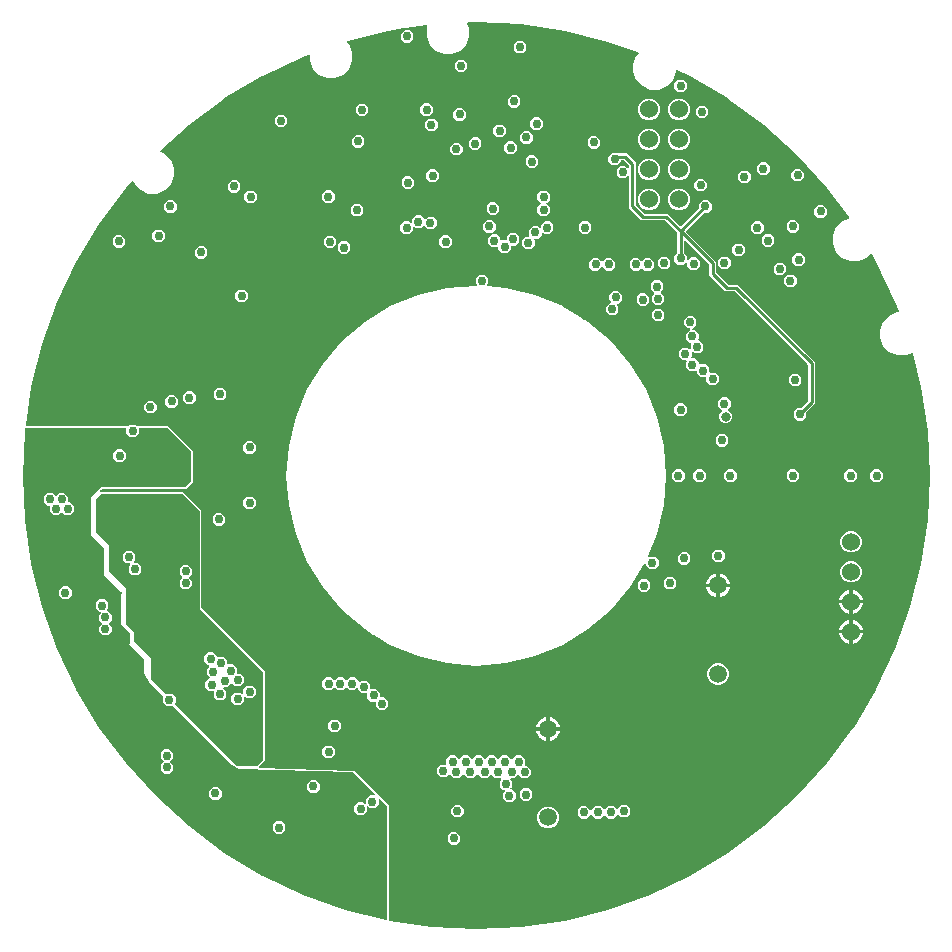
<source format=gbr>
G04 EAGLE Gerber X2 export*
%TF.Part,Single*%
%TF.FileFunction,Copper,L2,Inr,Mixed*%
%TF.FilePolarity,Positive*%
%TF.GenerationSoftware,Autodesk,EAGLE,8.6.0*%
%TF.CreationDate,2018-04-20T21:24:51Z*%
G75*
%MOMM*%
%FSLAX34Y34*%
%LPD*%
%AMOC8*
5,1,8,0,0,1.08239X$1,22.5*%
G01*
%ADD10C,1.508000*%
%ADD11C,1.524000*%
%ADD12C,0.756400*%
%ADD13C,0.254000*%
%ADD14C,0.152400*%
%ADD15C,0.806400*%

G36*
X574609Y139769D02*
X574609Y139769D01*
X574635Y139775D01*
X574683Y139777D01*
X611893Y145296D01*
X611918Y145304D01*
X611966Y145311D01*
X648456Y154451D01*
X648480Y154461D01*
X648527Y154473D01*
X683945Y167145D01*
X683968Y167158D01*
X684014Y167174D01*
X718019Y183257D01*
X718041Y183272D01*
X718085Y183293D01*
X750350Y202631D01*
X750371Y202649D01*
X750412Y202673D01*
X780627Y225081D01*
X780645Y225100D01*
X780684Y225129D01*
X808557Y250391D01*
X808573Y250411D01*
X808609Y250443D01*
X833871Y278316D01*
X833886Y278338D01*
X833919Y278373D01*
X856327Y308588D01*
X856339Y308611D01*
X856369Y308650D01*
X875707Y340915D01*
X875717Y340939D01*
X875743Y340981D01*
X891826Y374986D01*
X891833Y375011D01*
X891855Y375055D01*
X904527Y410473D01*
X904532Y410499D01*
X904549Y410544D01*
X913689Y447034D01*
X913691Y447060D01*
X913704Y447107D01*
X919223Y484317D01*
X919223Y484343D01*
X919231Y484391D01*
X921076Y521963D01*
X921073Y521989D01*
X921076Y522037D01*
X919231Y559609D01*
X919225Y559635D01*
X919223Y559683D01*
X913704Y596893D01*
X913696Y596918D01*
X913689Y596966D01*
X906576Y625364D01*
X906560Y625402D01*
X906559Y625403D01*
X906559Y625404D01*
X906546Y625434D01*
X906525Y625507D01*
X906497Y625546D01*
X906478Y625590D01*
X906428Y625647D01*
X906384Y625709D01*
X906346Y625738D01*
X906314Y625773D01*
X906248Y625810D01*
X906187Y625856D01*
X906141Y625871D01*
X906100Y625894D01*
X906025Y625908D01*
X905953Y625932D01*
X905905Y625931D01*
X905858Y625940D01*
X905783Y625930D01*
X905707Y625930D01*
X905645Y625912D01*
X905614Y625907D01*
X905591Y625896D01*
X905546Y625883D01*
X900612Y623839D01*
X893388Y623839D01*
X886713Y626604D01*
X881604Y631713D01*
X878839Y638388D01*
X878839Y645612D01*
X881604Y652287D01*
X886713Y657396D01*
X893388Y660161D01*
X893917Y660161D01*
X893944Y660165D01*
X893971Y660163D01*
X894065Y660185D01*
X894160Y660200D01*
X894184Y660213D01*
X894210Y660219D01*
X894292Y660271D01*
X894377Y660316D01*
X894396Y660335D01*
X894419Y660350D01*
X894480Y660424D01*
X894546Y660494D01*
X894558Y660519D01*
X894575Y660540D01*
X894609Y660630D01*
X894650Y660717D01*
X894653Y660744D01*
X894663Y660769D01*
X894666Y660866D01*
X894677Y660961D01*
X894671Y660988D01*
X894672Y661015D01*
X894634Y661178D01*
X891855Y668945D01*
X891842Y668968D01*
X891826Y669014D01*
X875743Y703019D01*
X875728Y703041D01*
X875707Y703085D01*
X871735Y709713D01*
X871662Y709800D01*
X871591Y709888D01*
X871583Y709893D01*
X871576Y709901D01*
X871480Y709959D01*
X871385Y710021D01*
X871374Y710023D01*
X871365Y710029D01*
X871255Y710053D01*
X871146Y710081D01*
X871136Y710080D01*
X871125Y710082D01*
X871013Y710070D01*
X870901Y710061D01*
X870891Y710057D01*
X870881Y710056D01*
X870778Y710009D01*
X870674Y709965D01*
X870665Y709957D01*
X870657Y709954D01*
X870639Y709936D01*
X870544Y709860D01*
X867287Y706604D01*
X860612Y703839D01*
X853388Y703839D01*
X846713Y706604D01*
X841604Y711713D01*
X838839Y718388D01*
X838839Y725612D01*
X841604Y732287D01*
X846713Y737396D01*
X852041Y739603D01*
X852137Y739662D01*
X852234Y739719D01*
X852241Y739727D01*
X852250Y739733D01*
X852322Y739819D01*
X852396Y739904D01*
X852400Y739914D01*
X852407Y739922D01*
X852447Y740027D01*
X852491Y740131D01*
X852491Y740142D01*
X852495Y740152D01*
X852500Y740264D01*
X852508Y740377D01*
X852505Y740387D01*
X852506Y740397D01*
X852474Y740506D01*
X852446Y740615D01*
X852439Y740626D01*
X852437Y740634D01*
X852423Y740654D01*
X852361Y740760D01*
X833919Y765627D01*
X833900Y765645D01*
X833871Y765684D01*
X808609Y793557D01*
X808589Y793573D01*
X808557Y793609D01*
X780684Y818871D01*
X780662Y818886D01*
X780627Y818919D01*
X750412Y841327D01*
X750389Y841339D01*
X750350Y841369D01*
X718085Y860707D01*
X718061Y860717D01*
X718019Y860743D01*
X707247Y865837D01*
X707185Y865855D01*
X707127Y865882D01*
X707068Y865889D01*
X707011Y865905D01*
X706947Y865902D01*
X706883Y865910D01*
X706825Y865897D01*
X706765Y865894D01*
X706705Y865871D01*
X706642Y865857D01*
X706591Y865827D01*
X706536Y865805D01*
X706486Y865764D01*
X706431Y865731D01*
X706393Y865686D01*
X706347Y865648D01*
X706313Y865593D01*
X706271Y865544D01*
X706249Y865489D01*
X706218Y865439D01*
X706203Y865376D01*
X706179Y865316D01*
X706170Y865231D01*
X706162Y865199D01*
X706164Y865180D01*
X706161Y865149D01*
X706161Y863388D01*
X703396Y856713D01*
X698287Y851604D01*
X691612Y848839D01*
X684388Y848839D01*
X677713Y851604D01*
X672604Y856713D01*
X669839Y863388D01*
X669839Y870612D01*
X672604Y877287D01*
X674424Y879107D01*
X674462Y879159D01*
X674507Y879205D01*
X674533Y879259D01*
X674567Y879307D01*
X674586Y879368D01*
X674615Y879426D01*
X674622Y879485D01*
X674640Y879542D01*
X674638Y879606D01*
X674647Y879670D01*
X674635Y879729D01*
X674633Y879788D01*
X674611Y879849D01*
X674599Y879912D01*
X674569Y879963D01*
X674549Y880019D01*
X674509Y880069D01*
X674477Y880125D01*
X674432Y880165D01*
X674395Y880211D01*
X674341Y880246D01*
X674293Y880289D01*
X674216Y880326D01*
X674188Y880344D01*
X674170Y880348D01*
X674142Y880362D01*
X648527Y889527D01*
X648501Y889532D01*
X648456Y889549D01*
X611966Y898689D01*
X611940Y898691D01*
X611893Y898704D01*
X574683Y904223D01*
X574657Y904223D01*
X574609Y904231D01*
X537037Y906076D01*
X537011Y906073D01*
X536963Y906076D01*
X530138Y905741D01*
X530111Y905735D01*
X530084Y905737D01*
X529991Y905710D01*
X529897Y905689D01*
X529874Y905676D01*
X529848Y905668D01*
X529769Y905613D01*
X529686Y905564D01*
X529668Y905543D01*
X529646Y905528D01*
X529588Y905450D01*
X529526Y905377D01*
X529515Y905352D01*
X529499Y905330D01*
X529469Y905239D01*
X529433Y905150D01*
X529431Y905122D01*
X529423Y905096D01*
X529424Y905000D01*
X529418Y904904D01*
X529425Y904878D01*
X529425Y904851D01*
X529472Y904689D01*
X531161Y900612D01*
X531161Y893388D01*
X528396Y886713D01*
X523287Y881604D01*
X516612Y878839D01*
X509388Y878839D01*
X502713Y881604D01*
X497604Y886713D01*
X494839Y893388D01*
X494839Y900612D01*
X495625Y902510D01*
X495649Y902609D01*
X495677Y902707D01*
X495677Y902729D01*
X495682Y902750D01*
X495672Y902851D01*
X495668Y902952D01*
X495661Y902973D01*
X495659Y902995D01*
X495617Y903087D01*
X495581Y903182D01*
X495567Y903199D01*
X495559Y903220D01*
X495490Y903294D01*
X495426Y903373D01*
X495407Y903384D01*
X495392Y903401D01*
X495303Y903450D01*
X495217Y903504D01*
X495196Y903509D01*
X495177Y903519D01*
X495077Y903537D01*
X494978Y903561D01*
X494951Y903560D01*
X494935Y903563D01*
X494902Y903558D01*
X494810Y903555D01*
X476380Y900821D01*
X476316Y900800D01*
X476249Y900789D01*
X476200Y900763D01*
X476146Y900746D01*
X476092Y900706D01*
X476079Y900709D01*
X475963Y900738D01*
X475959Y900738D01*
X475954Y900739D01*
X475787Y900733D01*
X462107Y898704D01*
X462082Y898696D01*
X462034Y898689D01*
X428119Y890194D01*
X428026Y890154D01*
X427931Y890119D01*
X427914Y890105D01*
X427893Y890096D01*
X427818Y890029D01*
X427739Y889965D01*
X427727Y889947D01*
X427710Y889932D01*
X427661Y889844D01*
X427606Y889758D01*
X427600Y889737D01*
X427590Y889718D01*
X427570Y889618D01*
X427546Y889520D01*
X427547Y889498D01*
X427543Y889476D01*
X427557Y889376D01*
X427565Y889275D01*
X427573Y889254D01*
X427576Y889233D01*
X427621Y889142D01*
X427661Y889048D01*
X427678Y889027D01*
X427685Y889012D01*
X427708Y888989D01*
X427766Y888917D01*
X429396Y887287D01*
X432161Y880612D01*
X432161Y873388D01*
X429396Y866713D01*
X424287Y861604D01*
X417612Y858839D01*
X410388Y858839D01*
X403713Y861604D01*
X398604Y866713D01*
X395839Y873388D01*
X395839Y877843D01*
X395835Y877870D01*
X395837Y877897D01*
X395815Y877991D01*
X395800Y878086D01*
X395787Y878110D01*
X395781Y878137D01*
X395729Y878219D01*
X395684Y878304D01*
X395665Y878322D01*
X395650Y878345D01*
X395576Y878407D01*
X395506Y878473D01*
X395481Y878484D01*
X395460Y878502D01*
X395370Y878536D01*
X395283Y878577D01*
X395256Y878580D01*
X395231Y878589D01*
X395134Y878593D01*
X395039Y878604D01*
X395012Y878598D01*
X394985Y878599D01*
X394822Y878560D01*
X390055Y876855D01*
X390032Y876842D01*
X389986Y876826D01*
X355981Y860743D01*
X355959Y860728D01*
X355915Y860707D01*
X323650Y841369D01*
X323629Y841351D01*
X323588Y841327D01*
X293373Y818919D01*
X293355Y818900D01*
X293316Y818871D01*
X269390Y797186D01*
X269350Y797136D01*
X269302Y797092D01*
X269274Y797040D01*
X269237Y796994D01*
X269215Y796933D01*
X269184Y796877D01*
X269173Y796818D01*
X269153Y796763D01*
X269152Y796698D01*
X269140Y796635D01*
X269149Y796576D01*
X269147Y796517D01*
X269167Y796455D01*
X269176Y796391D01*
X269203Y796339D01*
X269220Y796282D01*
X269258Y796230D01*
X269287Y796172D01*
X269330Y796131D01*
X269364Y796083D01*
X269417Y796045D01*
X269463Y796000D01*
X269538Y795959D01*
X269565Y795940D01*
X269582Y795934D01*
X269610Y795919D01*
X273287Y794396D01*
X278396Y789287D01*
X281161Y782612D01*
X281161Y775388D01*
X278396Y768713D01*
X273287Y763604D01*
X266612Y760839D01*
X259388Y760839D01*
X252713Y763604D01*
X247604Y768713D01*
X246580Y771184D01*
X246546Y771239D01*
X246521Y771299D01*
X246482Y771343D01*
X246451Y771393D01*
X246401Y771435D01*
X246358Y771483D01*
X246307Y771512D01*
X246261Y771550D01*
X246201Y771573D01*
X246145Y771606D01*
X246087Y771617D01*
X246032Y771638D01*
X245967Y771641D01*
X245904Y771654D01*
X245845Y771646D01*
X245786Y771649D01*
X245724Y771631D01*
X245660Y771623D01*
X245606Y771597D01*
X245550Y771580D01*
X245497Y771544D01*
X245439Y771515D01*
X245375Y771459D01*
X245348Y771440D01*
X245336Y771425D01*
X245313Y771404D01*
X240129Y765684D01*
X240114Y765662D01*
X240081Y765627D01*
X217673Y735412D01*
X217666Y735399D01*
X217655Y735387D01*
X217648Y735372D01*
X217631Y735350D01*
X198293Y703085D01*
X198283Y703061D01*
X198257Y703019D01*
X182174Y669014D01*
X182167Y668989D01*
X182145Y668945D01*
X169473Y633527D01*
X169468Y633501D01*
X169451Y633456D01*
X160311Y596966D01*
X160309Y596940D01*
X160296Y596893D01*
X155589Y565160D01*
X155590Y565084D01*
X155582Y565009D01*
X155592Y564962D01*
X155593Y564914D01*
X155618Y564842D01*
X155634Y564768D01*
X155659Y564727D01*
X155675Y564682D01*
X155721Y564622D01*
X155760Y564557D01*
X155797Y564526D01*
X155826Y564488D01*
X155890Y564446D01*
X155947Y564397D01*
X155992Y564379D01*
X156032Y564353D01*
X156105Y564334D01*
X156175Y564305D01*
X156240Y564298D01*
X156270Y564290D01*
X156295Y564292D01*
X156342Y564287D01*
X242467Y564287D01*
X242557Y564301D01*
X242648Y564309D01*
X242677Y564321D01*
X242709Y564326D01*
X242790Y564369D01*
X242874Y564405D01*
X242906Y564431D01*
X242927Y564442D01*
X242949Y564465D01*
X243005Y564510D01*
X243802Y565307D01*
X248198Y565307D01*
X248995Y564510D01*
X249069Y564457D01*
X249139Y564397D01*
X249169Y564385D01*
X249195Y564366D01*
X249282Y564339D01*
X249367Y564305D01*
X249408Y564301D01*
X249430Y564294D01*
X249462Y564295D01*
X249533Y564287D01*
X275947Y564287D01*
X297287Y542947D01*
X297287Y517053D01*
X290947Y510713D01*
X220263Y510713D01*
X220173Y510699D01*
X220082Y510691D01*
X220052Y510679D01*
X220020Y510674D01*
X219939Y510631D01*
X219855Y510595D01*
X219823Y510569D01*
X219802Y510558D01*
X219780Y510535D01*
X219724Y510490D01*
X218820Y509586D01*
X218778Y509528D01*
X218729Y509476D01*
X218707Y509429D01*
X218677Y509387D01*
X218656Y509318D01*
X218625Y509253D01*
X218620Y509201D01*
X218604Y509151D01*
X218606Y509080D01*
X218598Y509009D01*
X218609Y508958D01*
X218611Y508906D01*
X218635Y508838D01*
X218650Y508768D01*
X218677Y508723D01*
X218695Y508675D01*
X218740Y508619D01*
X218777Y508557D01*
X218816Y508523D01*
X218849Y508483D01*
X218909Y508444D01*
X218964Y508397D01*
X219012Y508378D01*
X219056Y508350D01*
X219125Y508332D01*
X219192Y508305D01*
X219263Y508297D01*
X219294Y508289D01*
X219318Y508291D01*
X219358Y508287D01*
X288947Y508287D01*
X304287Y492947D01*
X304287Y410263D01*
X304301Y410172D01*
X304309Y410082D01*
X304321Y410052D01*
X304326Y410020D01*
X304369Y409939D01*
X304405Y409855D01*
X304431Y409823D01*
X304442Y409802D01*
X304465Y409780D01*
X304510Y409724D01*
X358287Y355947D01*
X358287Y281053D01*
X353510Y276276D01*
X353265Y276031D01*
X353230Y275983D01*
X353188Y275941D01*
X353159Y275884D01*
X353122Y275832D01*
X353104Y275774D01*
X353077Y275721D01*
X353068Y275658D01*
X353049Y275597D01*
X353051Y275537D01*
X353042Y275477D01*
X353054Y275415D01*
X353056Y275351D01*
X353076Y275294D01*
X353087Y275236D01*
X353118Y275180D01*
X353140Y275120D01*
X353178Y275073D01*
X353207Y275021D01*
X353254Y274978D01*
X353294Y274928D01*
X353344Y274895D01*
X353389Y274855D01*
X353447Y274829D01*
X353501Y274795D01*
X353559Y274780D01*
X353614Y274756D01*
X353708Y274742D01*
X353739Y274735D01*
X353755Y274736D01*
X353780Y274732D01*
X431997Y272288D01*
X432012Y272290D01*
X432035Y272288D01*
X432973Y272304D01*
X433616Y271620D01*
X433627Y271611D01*
X433642Y271593D01*
X461703Y244500D01*
X461772Y244452D01*
X461836Y244397D01*
X461837Y244397D01*
X462598Y243636D01*
X462602Y243633D01*
X462607Y243627D01*
X463287Y242971D01*
X463287Y242027D01*
X463288Y242022D01*
X463287Y242014D01*
X463306Y240937D01*
X463305Y240935D01*
X463300Y240885D01*
X463292Y240859D01*
X463293Y240829D01*
X463287Y240769D01*
X463287Y145778D01*
X463301Y145692D01*
X463307Y145605D01*
X463321Y145571D01*
X463326Y145535D01*
X463367Y145458D01*
X463400Y145378D01*
X463425Y145350D01*
X463442Y145318D01*
X463505Y145258D01*
X463562Y145192D01*
X463593Y145174D01*
X463620Y145148D01*
X463699Y145112D01*
X463774Y145068D01*
X463820Y145056D01*
X463843Y145045D01*
X463874Y145041D01*
X463936Y145025D01*
X499317Y139777D01*
X499343Y139777D01*
X499391Y139769D01*
X536963Y137924D01*
X536989Y137927D01*
X537037Y137924D01*
X574609Y139769D01*
G37*
%LPC*%
G36*
X511827Y363061D02*
X511827Y363061D01*
X487273Y368956D01*
X463944Y378619D01*
X463112Y379129D01*
X461870Y379890D01*
X454416Y384457D01*
X453174Y385219D01*
X451932Y385980D01*
X450690Y386741D01*
X450689Y386741D01*
X449447Y387502D01*
X442413Y391813D01*
X423212Y408212D01*
X406813Y427413D01*
X393619Y448943D01*
X383956Y472273D01*
X378061Y496826D01*
X376080Y522000D01*
X378061Y547174D01*
X383956Y571727D01*
X393619Y595057D01*
X406813Y616587D01*
X423212Y635788D01*
X442413Y652187D01*
X463943Y665381D01*
X487273Y675044D01*
X511826Y680939D01*
X536814Y682906D01*
X536854Y682916D01*
X536896Y682917D01*
X536973Y682945D01*
X537053Y682964D01*
X537088Y682987D01*
X537127Y683001D01*
X537191Y683052D01*
X537260Y683096D01*
X537287Y683129D01*
X537319Y683155D01*
X537364Y683224D01*
X537415Y683287D01*
X537430Y683327D01*
X537452Y683362D01*
X537472Y683441D01*
X537501Y683518D01*
X537502Y683560D01*
X537513Y683600D01*
X537506Y683682D01*
X537509Y683764D01*
X537497Y683804D01*
X537493Y683846D01*
X537461Y683921D01*
X537438Y683999D01*
X537414Y684033D01*
X537397Y684072D01*
X537300Y684193D01*
X537295Y684200D01*
X537294Y684201D01*
X537292Y684203D01*
X536693Y684802D01*
X536693Y689198D01*
X539802Y692307D01*
X544198Y692307D01*
X547307Y689198D01*
X547307Y684802D01*
X545978Y683473D01*
X545954Y683439D01*
X545922Y683411D01*
X545882Y683340D01*
X545835Y683274D01*
X545822Y683234D01*
X545802Y683197D01*
X545786Y683117D01*
X545762Y683038D01*
X545763Y682996D01*
X545755Y682955D01*
X545766Y682874D01*
X545769Y682793D01*
X545783Y682753D01*
X545789Y682712D01*
X545825Y682639D01*
X545853Y682562D01*
X545879Y682529D01*
X545898Y682491D01*
X545956Y682433D01*
X546007Y682370D01*
X546042Y682347D01*
X546072Y682317D01*
X546145Y682281D01*
X546214Y682237D01*
X546254Y682226D01*
X546292Y682208D01*
X546444Y682178D01*
X546452Y682176D01*
X546454Y682177D01*
X546457Y682176D01*
X562174Y680939D01*
X586727Y675044D01*
X610057Y665381D01*
X610975Y664818D01*
X612217Y664057D01*
X613459Y663296D01*
X613460Y663296D01*
X618428Y660251D01*
X618429Y660251D01*
X619671Y659489D01*
X620913Y658728D01*
X622155Y657967D01*
X627124Y654922D01*
X628366Y654161D01*
X628367Y654161D01*
X629609Y653399D01*
X631587Y652187D01*
X650788Y635788D01*
X667187Y616587D01*
X680381Y595057D01*
X690044Y571727D01*
X695939Y547174D01*
X697920Y522000D01*
X695939Y496826D01*
X690044Y472273D01*
X682512Y454088D01*
X682504Y454053D01*
X682501Y454046D01*
X682499Y454034D01*
X682490Y453993D01*
X682461Y453900D01*
X682462Y453874D01*
X682456Y453848D01*
X682465Y453752D01*
X682467Y453654D01*
X682476Y453630D01*
X682479Y453604D01*
X682518Y453515D01*
X682552Y453423D01*
X682568Y453403D01*
X682579Y453379D01*
X682645Y453307D01*
X682706Y453231D01*
X682728Y453217D01*
X682745Y453198D01*
X682831Y453151D01*
X682913Y453098D01*
X682938Y453092D01*
X682961Y453079D01*
X683057Y453062D01*
X683151Y453038D01*
X683177Y453040D01*
X683203Y453035D01*
X683299Y453050D01*
X683396Y453057D01*
X683420Y453067D01*
X683446Y453071D01*
X683533Y453115D01*
X683623Y453154D01*
X683648Y453174D01*
X683665Y453183D01*
X683689Y453206D01*
X683754Y453258D01*
X683802Y453307D01*
X688198Y453307D01*
X691307Y450198D01*
X691307Y445802D01*
X688198Y442693D01*
X683802Y442693D01*
X680693Y445802D01*
X680693Y446754D01*
X680687Y446791D01*
X680690Y446829D01*
X680667Y446912D01*
X680654Y446997D01*
X680636Y447030D01*
X680626Y447067D01*
X680578Y447138D01*
X680538Y447214D01*
X680511Y447240D01*
X680490Y447272D01*
X680422Y447324D01*
X680360Y447383D01*
X680326Y447399D01*
X680296Y447423D01*
X680215Y447451D01*
X680137Y447487D01*
X680099Y447491D01*
X680063Y447504D01*
X679978Y447505D01*
X679893Y447514D01*
X679855Y447506D01*
X679817Y447506D01*
X679736Y447480D01*
X679652Y447462D01*
X679620Y447442D01*
X679583Y447431D01*
X679514Y447380D01*
X679441Y447336D01*
X679416Y447307D01*
X679386Y447284D01*
X679283Y447152D01*
X679281Y447149D01*
X667187Y427413D01*
X650788Y408212D01*
X631587Y391813D01*
X610057Y378619D01*
X586727Y368956D01*
X562173Y363061D01*
X537000Y361080D01*
X511827Y363061D01*
G37*
%LPD*%
G36*
X461050Y145597D02*
X461050Y145597D01*
X461060Y145596D01*
X461170Y145623D01*
X461280Y145647D01*
X461289Y145652D01*
X461299Y145655D01*
X461394Y145715D01*
X461491Y145773D01*
X461498Y145781D01*
X461507Y145786D01*
X461578Y145874D01*
X461651Y145960D01*
X461655Y145969D01*
X461661Y145978D01*
X461700Y146083D01*
X461743Y146188D01*
X461744Y146200D01*
X461747Y146208D01*
X461748Y146233D01*
X461761Y146355D01*
X461761Y242000D01*
X461745Y242097D01*
X461736Y242194D01*
X461726Y242217D01*
X461722Y242243D01*
X461676Y242329D01*
X461636Y242419D01*
X461615Y242443D01*
X461606Y242460D01*
X461583Y242483D01*
X461529Y242548D01*
X455597Y248275D01*
X455543Y248312D01*
X455496Y248357D01*
X455443Y248382D01*
X455395Y248415D01*
X455332Y248433D01*
X455273Y248461D01*
X455215Y248467D01*
X455158Y248483D01*
X455093Y248481D01*
X455029Y248488D01*
X454971Y248475D01*
X454912Y248473D01*
X454852Y248449D01*
X454788Y248435D01*
X454738Y248405D01*
X454683Y248384D01*
X454633Y248343D01*
X454577Y248309D01*
X454539Y248265D01*
X454494Y248227D01*
X454460Y248172D01*
X454417Y248122D01*
X454395Y248068D01*
X454364Y248018D01*
X454350Y247955D01*
X454325Y247894D01*
X454316Y247810D01*
X454308Y247778D01*
X454310Y247759D01*
X454307Y247727D01*
X454307Y243802D01*
X451198Y240693D01*
X446802Y240693D01*
X445606Y241889D01*
X445548Y241931D01*
X445496Y241980D01*
X445449Y242002D01*
X445407Y242032D01*
X445338Y242054D01*
X445273Y242084D01*
X445221Y242089D01*
X445171Y242105D01*
X445100Y242103D01*
X445029Y242111D01*
X444978Y242100D01*
X444926Y242098D01*
X444858Y242074D01*
X444788Y242059D01*
X444743Y242032D01*
X444695Y242014D01*
X444639Y241969D01*
X444577Y241932D01*
X444543Y241893D01*
X444503Y241860D01*
X444464Y241800D01*
X444417Y241745D01*
X444398Y241697D01*
X444370Y241653D01*
X444352Y241584D01*
X444325Y241517D01*
X444317Y241446D01*
X444309Y241415D01*
X444311Y241392D01*
X444307Y241351D01*
X444307Y237802D01*
X441198Y234693D01*
X436802Y234693D01*
X433693Y237802D01*
X433693Y242198D01*
X436802Y245307D01*
X441198Y245307D01*
X442394Y244111D01*
X442452Y244069D01*
X442504Y244020D01*
X442551Y243998D01*
X442593Y243968D01*
X442662Y243946D01*
X442727Y243916D01*
X442779Y243911D01*
X442829Y243895D01*
X442900Y243897D01*
X442971Y243889D01*
X443022Y243900D01*
X443074Y243902D01*
X443142Y243926D01*
X443212Y243941D01*
X443257Y243968D01*
X443305Y243986D01*
X443361Y244031D01*
X443423Y244068D01*
X443457Y244107D01*
X443497Y244140D01*
X443536Y244200D01*
X443583Y244255D01*
X443602Y244303D01*
X443630Y244347D01*
X443648Y244416D01*
X443675Y244483D01*
X443683Y244554D01*
X443691Y244585D01*
X443689Y244608D01*
X443693Y244649D01*
X443693Y248198D01*
X446802Y251307D01*
X450572Y251307D01*
X450650Y251319D01*
X450728Y251323D01*
X450770Y251339D01*
X450815Y251346D01*
X450884Y251383D01*
X450957Y251411D01*
X450993Y251440D01*
X451033Y251462D01*
X451086Y251518D01*
X451147Y251568D01*
X451171Y251607D01*
X451202Y251640D01*
X451235Y251711D01*
X451276Y251778D01*
X451286Y251822D01*
X451306Y251863D01*
X451314Y251941D01*
X451332Y252017D01*
X451328Y252062D01*
X451333Y252107D01*
X451316Y252184D01*
X451309Y252262D01*
X451290Y252303D01*
X451280Y252348D01*
X451240Y252415D01*
X451208Y252487D01*
X451170Y252533D01*
X451154Y252559D01*
X451134Y252577D01*
X451101Y252616D01*
X432529Y270548D01*
X432469Y270589D01*
X432415Y270638D01*
X432368Y270659D01*
X432327Y270688D01*
X432257Y270708D01*
X432190Y270737D01*
X432121Y270747D01*
X432090Y270756D01*
X432066Y270755D01*
X432024Y270761D01*
X336191Y273756D01*
X330451Y276626D01*
X280329Y326748D01*
X280313Y326759D01*
X280300Y326775D01*
X280213Y326831D01*
X280129Y326891D01*
X280110Y326897D01*
X280093Y326908D01*
X279993Y326933D01*
X279894Y326963D01*
X279874Y326963D01*
X279855Y326968D01*
X279752Y326960D01*
X279648Y326957D01*
X279630Y326950D01*
X279610Y326949D01*
X279514Y326908D01*
X279417Y326873D01*
X279402Y326860D01*
X279383Y326852D01*
X279252Y326748D01*
X279198Y326693D01*
X274802Y326693D01*
X271693Y329802D01*
X271693Y334198D01*
X271748Y334252D01*
X271759Y334269D01*
X271775Y334281D01*
X271831Y334368D01*
X271891Y334452D01*
X271897Y334471D01*
X271908Y334488D01*
X271933Y334588D01*
X271963Y334687D01*
X271963Y334707D01*
X271968Y334726D01*
X271960Y334829D01*
X271957Y334933D01*
X271950Y334952D01*
X271949Y334972D01*
X271908Y335067D01*
X271873Y335164D01*
X271860Y335180D01*
X271852Y335198D01*
X271748Y335329D01*
X259626Y347451D01*
X255761Y355180D01*
X255761Y366000D01*
X255747Y366090D01*
X255739Y366181D01*
X255727Y366211D01*
X255722Y366243D01*
X255679Y366323D01*
X255643Y366407D01*
X255617Y366439D01*
X255606Y366460D01*
X255583Y366482D01*
X255538Y366538D01*
X242577Y379500D01*
X243538Y380462D01*
X243591Y380536D01*
X243651Y380605D01*
X243663Y380635D01*
X243682Y380661D01*
X243709Y380748D01*
X243743Y380833D01*
X243747Y380874D01*
X243754Y380897D01*
X243753Y380929D01*
X243761Y381000D01*
X243761Y388000D01*
X243747Y388090D01*
X243739Y388181D01*
X243727Y388211D01*
X243722Y388243D01*
X243679Y388323D01*
X243643Y388407D01*
X243617Y388439D01*
X243606Y388460D01*
X243583Y388482D01*
X243538Y388538D01*
X235761Y396315D01*
X235761Y420685D01*
X236538Y421462D01*
X236591Y421536D01*
X236651Y421605D01*
X236663Y421635D01*
X236682Y421661D01*
X236709Y421748D01*
X236743Y421833D01*
X236747Y421874D01*
X236754Y421897D01*
X236753Y421929D01*
X236761Y422000D01*
X236761Y423000D01*
X236747Y423090D01*
X236739Y423181D01*
X236727Y423211D01*
X236722Y423243D01*
X236679Y423323D01*
X236643Y423407D01*
X236617Y423439D01*
X236606Y423460D01*
X236583Y423482D01*
X236538Y423538D01*
X221761Y438315D01*
X221761Y460000D01*
X221759Y460015D01*
X221760Y460029D01*
X221746Y460093D01*
X221739Y460181D01*
X221727Y460211D01*
X221722Y460243D01*
X221708Y460268D01*
X221708Y460269D01*
X221703Y460278D01*
X221679Y460323D01*
X221643Y460407D01*
X221617Y460439D01*
X221606Y460460D01*
X221583Y460482D01*
X221538Y460538D01*
X210761Y471315D01*
X210761Y503685D01*
X219315Y512239D01*
X290000Y512239D01*
X290090Y512254D01*
X290181Y512261D01*
X290211Y512273D01*
X290243Y512279D01*
X290323Y512321D01*
X290407Y512357D01*
X290439Y512383D01*
X290460Y512394D01*
X290482Y512417D01*
X290538Y512462D01*
X295538Y517462D01*
X295591Y517536D01*
X295651Y517605D01*
X295663Y517635D01*
X295682Y517661D01*
X295709Y517748D01*
X295743Y517833D01*
X295747Y517874D01*
X295754Y517897D01*
X295753Y517929D01*
X295761Y518000D01*
X295761Y542000D01*
X295747Y542090D01*
X295739Y542181D01*
X295727Y542211D01*
X295722Y542243D01*
X295679Y542323D01*
X295643Y542407D01*
X295617Y542439D01*
X295606Y542460D01*
X295583Y542482D01*
X295538Y542538D01*
X275538Y562538D01*
X275464Y562591D01*
X275395Y562651D01*
X275365Y562663D01*
X275339Y562682D01*
X275252Y562709D01*
X275167Y562743D01*
X275126Y562747D01*
X275103Y562754D01*
X275071Y562753D01*
X275000Y562761D01*
X252068Y562761D01*
X252048Y562758D01*
X252029Y562760D01*
X251927Y562738D01*
X251825Y562722D01*
X251808Y562712D01*
X251788Y562708D01*
X251699Y562655D01*
X251608Y562606D01*
X251594Y562592D01*
X251577Y562582D01*
X251510Y562503D01*
X251438Y562428D01*
X251430Y562410D01*
X251417Y562395D01*
X251378Y562299D01*
X251335Y562205D01*
X251333Y562185D01*
X251325Y562167D01*
X251307Y562000D01*
X251307Y557802D01*
X248198Y554693D01*
X243802Y554693D01*
X240693Y557802D01*
X240693Y562000D01*
X240690Y562019D01*
X240692Y562037D01*
X240692Y562038D01*
X240692Y562039D01*
X240670Y562141D01*
X240654Y562243D01*
X240644Y562260D01*
X240640Y562280D01*
X240587Y562369D01*
X240538Y562460D01*
X240524Y562474D01*
X240514Y562491D01*
X240435Y562558D01*
X240360Y562630D01*
X240342Y562638D01*
X240327Y562651D01*
X240231Y562690D01*
X240137Y562733D01*
X240117Y562735D01*
X240099Y562743D01*
X239932Y562761D01*
X155890Y562761D01*
X155804Y562747D01*
X155717Y562741D01*
X155683Y562727D01*
X155647Y562722D01*
X155570Y562681D01*
X155490Y562648D01*
X155462Y562623D01*
X155430Y562606D01*
X155370Y562543D01*
X155304Y562486D01*
X155286Y562455D01*
X155260Y562428D01*
X155224Y562349D01*
X155180Y562274D01*
X155168Y562228D01*
X155157Y562205D01*
X155157Y562202D01*
X155156Y562202D01*
X155153Y562173D01*
X155137Y562112D01*
X154777Y559683D01*
X154777Y559657D01*
X154769Y559609D01*
X152924Y522037D01*
X152927Y522011D01*
X152924Y521963D01*
X154769Y484391D01*
X154775Y484365D01*
X154777Y484317D01*
X160296Y447107D01*
X160304Y447082D01*
X160311Y447034D01*
X169451Y410544D01*
X169461Y410520D01*
X169473Y410473D01*
X182145Y375055D01*
X182158Y375032D01*
X182174Y374986D01*
X198257Y340981D01*
X198272Y340959D01*
X198293Y340915D01*
X217631Y308650D01*
X217649Y308630D01*
X217673Y308588D01*
X240081Y278373D01*
X240100Y278355D01*
X240123Y278324D01*
X240124Y278321D01*
X240125Y278320D01*
X240129Y278316D01*
X265391Y250443D01*
X265411Y250427D01*
X265443Y250391D01*
X293316Y225129D01*
X293338Y225114D01*
X293373Y225081D01*
X323588Y202673D01*
X323611Y202661D01*
X323650Y202631D01*
X355915Y183293D01*
X355939Y183283D01*
X355981Y183257D01*
X389986Y167174D01*
X390011Y167167D01*
X390055Y167145D01*
X425473Y154473D01*
X425499Y154468D01*
X425544Y154451D01*
X460815Y145616D01*
X460928Y145607D01*
X461039Y145594D01*
X461050Y145597D01*
G37*
G36*
X351090Y276254D02*
X351090Y276254D01*
X351181Y276261D01*
X351211Y276273D01*
X351243Y276279D01*
X351323Y276321D01*
X351407Y276357D01*
X351439Y276383D01*
X351460Y276394D01*
X351482Y276417D01*
X351538Y276462D01*
X356538Y281462D01*
X356591Y281536D01*
X356651Y281605D01*
X356663Y281635D01*
X356682Y281661D01*
X356709Y281748D01*
X356743Y281833D01*
X356747Y281874D01*
X356754Y281897D01*
X356753Y281929D01*
X356761Y282000D01*
X356761Y355000D01*
X356747Y355090D01*
X356739Y355181D01*
X356727Y355211D01*
X356722Y355243D01*
X356679Y355323D01*
X356643Y355407D01*
X356617Y355439D01*
X356606Y355460D01*
X356583Y355482D01*
X356538Y355538D01*
X302761Y409315D01*
X302761Y492000D01*
X302747Y492090D01*
X302739Y492181D01*
X302727Y492211D01*
X302722Y492243D01*
X302679Y492323D01*
X302643Y492407D01*
X302617Y492439D01*
X302606Y492460D01*
X302583Y492482D01*
X302538Y492538D01*
X288538Y506538D01*
X288464Y506591D01*
X288395Y506651D01*
X288365Y506663D01*
X288339Y506682D01*
X288252Y506709D01*
X288167Y506743D01*
X288126Y506747D01*
X288103Y506754D01*
X288071Y506753D01*
X288000Y506761D01*
X220000Y506761D01*
X219910Y506747D01*
X219819Y506739D01*
X219789Y506727D01*
X219757Y506722D01*
X219677Y506679D01*
X219593Y506643D01*
X219561Y506617D01*
X219540Y506606D01*
X219518Y506583D01*
X219462Y506538D01*
X215462Y502538D01*
X215409Y502464D01*
X215349Y502395D01*
X215337Y502365D01*
X215318Y502339D01*
X215291Y502252D01*
X215257Y502167D01*
X215253Y502126D01*
X215246Y502103D01*
X215247Y502071D01*
X215239Y502000D01*
X215239Y474000D01*
X215254Y473910D01*
X215261Y473819D01*
X215273Y473789D01*
X215279Y473757D01*
X215321Y473677D01*
X215357Y473593D01*
X215383Y473561D01*
X215394Y473540D01*
X215417Y473518D01*
X215462Y473462D01*
X226239Y462685D01*
X226239Y441000D01*
X226254Y440910D01*
X226261Y440819D01*
X226273Y440789D01*
X226279Y440757D01*
X226321Y440677D01*
X226357Y440593D01*
X226383Y440561D01*
X226394Y440540D01*
X226417Y440518D01*
X226462Y440462D01*
X240239Y426685D01*
X240239Y397000D01*
X240254Y396910D01*
X240261Y396819D01*
X240273Y396789D01*
X240279Y396757D01*
X240321Y396677D01*
X240357Y396593D01*
X240383Y396561D01*
X240394Y396540D01*
X240417Y396518D01*
X240462Y396462D01*
X247239Y389685D01*
X247239Y382000D01*
X247254Y381910D01*
X247261Y381819D01*
X247273Y381789D01*
X247279Y381757D01*
X247321Y381677D01*
X247357Y381593D01*
X247383Y381561D01*
X247394Y381540D01*
X247417Y381518D01*
X247462Y381462D01*
X261239Y367685D01*
X261239Y350000D01*
X261254Y349910D01*
X261261Y349819D01*
X261273Y349789D01*
X261279Y349757D01*
X261321Y349677D01*
X261357Y349593D01*
X261383Y349561D01*
X261394Y349540D01*
X261417Y349518D01*
X261462Y349462D01*
X273671Y337252D01*
X273687Y337241D01*
X273700Y337225D01*
X273787Y337169D01*
X273871Y337109D01*
X273890Y337103D01*
X273907Y337092D01*
X274007Y337067D01*
X274106Y337037D01*
X274126Y337037D01*
X274145Y337032D01*
X274248Y337040D01*
X274352Y337043D01*
X274370Y337050D01*
X274390Y337051D01*
X274485Y337092D01*
X274583Y337127D01*
X274598Y337140D01*
X274617Y337148D01*
X274748Y337252D01*
X274802Y337307D01*
X279198Y337307D01*
X282307Y334198D01*
X282307Y329802D01*
X282252Y329748D01*
X282241Y329731D01*
X282225Y329719D01*
X282169Y329632D01*
X282109Y329548D01*
X282103Y329529D01*
X282092Y329512D01*
X282067Y329412D01*
X282037Y329313D01*
X282037Y329293D01*
X282032Y329274D01*
X282040Y329171D01*
X282043Y329067D01*
X282050Y329048D01*
X282051Y329028D01*
X282092Y328933D01*
X282127Y328836D01*
X282140Y328820D01*
X282148Y328802D01*
X282252Y328671D01*
X334462Y276462D01*
X334536Y276409D01*
X334605Y276349D01*
X334635Y276337D01*
X334661Y276318D01*
X334748Y276291D01*
X334833Y276257D01*
X334874Y276253D01*
X334897Y276246D01*
X334929Y276247D01*
X335000Y276239D01*
X351000Y276239D01*
X351090Y276254D01*
G37*
%LPC*%
G36*
X808802Y568693D02*
X808802Y568693D01*
X805693Y571802D01*
X805693Y576198D01*
X808802Y579307D01*
X812039Y579307D01*
X812129Y579321D01*
X812220Y579329D01*
X812250Y579341D01*
X812282Y579346D01*
X812362Y579389D01*
X812446Y579425D01*
X812478Y579451D01*
X812499Y579462D01*
X812521Y579485D01*
X812577Y579530D01*
X817982Y584935D01*
X818035Y585009D01*
X818095Y585078D01*
X818107Y585108D01*
X818126Y585134D01*
X818153Y585221D01*
X818187Y585306D01*
X818191Y585347D01*
X818198Y585369D01*
X818197Y585402D01*
X818205Y585473D01*
X818205Y615527D01*
X818191Y615617D01*
X818183Y615708D01*
X818171Y615738D01*
X818166Y615770D01*
X818123Y615851D01*
X818087Y615934D01*
X818061Y615967D01*
X818050Y615987D01*
X818027Y616009D01*
X817982Y616065D01*
X756065Y677982D01*
X755991Y678035D01*
X755922Y678095D01*
X755892Y678107D01*
X755866Y678126D01*
X755779Y678153D01*
X755694Y678187D01*
X755653Y678191D01*
X755631Y678198D01*
X755598Y678197D01*
X755527Y678205D01*
X747842Y678205D01*
X734205Y691842D01*
X734205Y700527D01*
X734191Y700617D01*
X734183Y700708D01*
X734171Y700738D01*
X734166Y700770D01*
X734123Y700850D01*
X734087Y700934D01*
X734061Y700966D01*
X734050Y700987D01*
X734027Y701009D01*
X733982Y701065D01*
X714094Y720953D01*
X714036Y720995D01*
X713984Y721045D01*
X713937Y721067D01*
X713895Y721097D01*
X713826Y721118D01*
X713761Y721148D01*
X713709Y721154D01*
X713659Y721169D01*
X713588Y721167D01*
X713517Y721175D01*
X713466Y721164D01*
X713414Y721163D01*
X713346Y721138D01*
X713276Y721123D01*
X713231Y721096D01*
X713183Y721078D01*
X713127Y721034D01*
X713065Y720997D01*
X713031Y720957D01*
X712991Y720925D01*
X712952Y720864D01*
X712905Y720810D01*
X712886Y720762D01*
X712858Y720718D01*
X712840Y720648D01*
X712813Y720582D01*
X712805Y720510D01*
X712797Y720479D01*
X712799Y720456D01*
X712795Y720415D01*
X712795Y711025D01*
X712809Y710935D01*
X712817Y710844D01*
X712829Y710815D01*
X712834Y710783D01*
X712877Y710702D01*
X712913Y710618D01*
X712939Y710586D01*
X712950Y710565D01*
X712973Y710543D01*
X713018Y710487D01*
X715307Y708198D01*
X715307Y705049D01*
X715310Y705032D01*
X715308Y705015D01*
X715319Y704964D01*
X715320Y704907D01*
X715338Y704858D01*
X715346Y704807D01*
X715357Y704786D01*
X715360Y704774D01*
X715382Y704737D01*
X715405Y704676D01*
X715437Y704635D01*
X715462Y704589D01*
X715482Y704570D01*
X715486Y704563D01*
X715514Y704539D01*
X715558Y704484D01*
X715602Y704456D01*
X715640Y704420D01*
X715670Y704406D01*
X715673Y704403D01*
X715695Y704394D01*
X715705Y704390D01*
X715765Y704351D01*
X715816Y704338D01*
X715863Y704316D01*
X715898Y704312D01*
X715901Y704311D01*
X715940Y704307D01*
X716004Y704291D01*
X716051Y704295D01*
X716068Y704293D01*
X716073Y704293D01*
X716074Y704293D01*
X716107Y704289D01*
X716178Y704304D01*
X716249Y704310D01*
X716293Y704329D01*
X716315Y704332D01*
X716321Y704336D01*
X716348Y704341D01*
X716409Y704378D01*
X716475Y704406D01*
X716515Y704438D01*
X716533Y704448D01*
X716542Y704458D01*
X716559Y704468D01*
X716574Y704485D01*
X716606Y704511D01*
X718902Y706807D01*
X723298Y706807D01*
X726407Y703698D01*
X726407Y699302D01*
X723298Y696193D01*
X718902Y696193D01*
X715793Y699302D01*
X715793Y702451D01*
X715782Y702521D01*
X715780Y702593D01*
X715762Y702642D01*
X715754Y702693D01*
X715720Y702757D01*
X715695Y702824D01*
X715663Y702865D01*
X715638Y702911D01*
X715586Y702960D01*
X715542Y703016D01*
X715498Y703044D01*
X715460Y703080D01*
X715395Y703110D01*
X715335Y703149D01*
X715284Y703162D01*
X715237Y703184D01*
X715166Y703192D01*
X715096Y703209D01*
X715044Y703205D01*
X714993Y703211D01*
X714922Y703196D01*
X714851Y703190D01*
X714803Y703170D01*
X714752Y703159D01*
X714691Y703122D01*
X714625Y703094D01*
X714569Y703049D01*
X714541Y703032D01*
X714526Y703015D01*
X714494Y702989D01*
X712198Y700693D01*
X707802Y700693D01*
X704693Y703802D01*
X704693Y708198D01*
X706982Y710487D01*
X707035Y710561D01*
X707095Y710631D01*
X707107Y710661D01*
X707126Y710687D01*
X707153Y710774D01*
X707187Y710859D01*
X707191Y710900D01*
X707198Y710922D01*
X707197Y710954D01*
X707205Y711025D01*
X707205Y727527D01*
X707191Y727617D01*
X707183Y727708D01*
X707171Y727738D01*
X707166Y727770D01*
X707123Y727851D01*
X707087Y727934D01*
X707061Y727967D01*
X707050Y727987D01*
X707027Y728009D01*
X706982Y728065D01*
X697065Y737982D01*
X696991Y738035D01*
X696922Y738095D01*
X696892Y738107D01*
X696866Y738126D01*
X696779Y738153D01*
X696694Y738187D01*
X696653Y738191D01*
X696631Y738198D01*
X696598Y738197D01*
X696527Y738205D01*
X676842Y738205D01*
X666205Y748842D01*
X666205Y774863D01*
X666194Y774933D01*
X666192Y775005D01*
X666174Y775054D01*
X666166Y775105D01*
X666132Y775169D01*
X666107Y775236D01*
X666075Y775277D01*
X666050Y775323D01*
X665998Y775372D01*
X665954Y775428D01*
X665910Y775456D01*
X665872Y775492D01*
X665807Y775522D01*
X665747Y775561D01*
X665696Y775574D01*
X665649Y775596D01*
X665578Y775604D01*
X665508Y775621D01*
X665456Y775617D01*
X665405Y775623D01*
X665334Y775608D01*
X665263Y775602D01*
X665215Y775582D01*
X665164Y775571D01*
X665103Y775534D01*
X665037Y775506D01*
X664981Y775461D01*
X664953Y775444D01*
X664938Y775427D01*
X664906Y775401D01*
X663198Y773693D01*
X658802Y773693D01*
X655693Y776802D01*
X655693Y781198D01*
X658802Y784307D01*
X663198Y784307D01*
X664906Y782599D01*
X664964Y782557D01*
X665016Y782508D01*
X665063Y782486D01*
X665105Y782456D01*
X665174Y782434D01*
X665239Y782404D01*
X665291Y782399D01*
X665341Y782383D01*
X665412Y782385D01*
X665483Y782377D01*
X665534Y782388D01*
X665586Y782390D01*
X665654Y782414D01*
X665724Y782429D01*
X665769Y782456D01*
X665817Y782474D01*
X665873Y782519D01*
X665935Y782556D01*
X665969Y782595D01*
X666009Y782628D01*
X666048Y782688D01*
X666095Y782743D01*
X666114Y782791D01*
X666142Y782835D01*
X666160Y782904D01*
X666187Y782971D01*
X666195Y783042D01*
X666203Y783073D01*
X666201Y783096D01*
X666205Y783137D01*
X666205Y784527D01*
X666191Y784617D01*
X666183Y784708D01*
X666171Y784738D01*
X666166Y784770D01*
X666123Y784850D01*
X666087Y784934D01*
X666061Y784966D01*
X666050Y784987D01*
X666027Y785009D01*
X665982Y785065D01*
X662065Y788982D01*
X661991Y789035D01*
X661922Y789095D01*
X661892Y789107D01*
X661866Y789126D01*
X661779Y789153D01*
X661694Y789187D01*
X661653Y789191D01*
X661631Y789198D01*
X661598Y789197D01*
X661527Y789205D01*
X660068Y789205D01*
X660048Y789202D01*
X660029Y789204D01*
X659927Y789182D01*
X659825Y789166D01*
X659808Y789156D01*
X659788Y789152D01*
X659699Y789099D01*
X659608Y789050D01*
X659594Y789036D01*
X659577Y789026D01*
X659510Y788947D01*
X659438Y788872D01*
X659430Y788854D01*
X659417Y788839D01*
X659378Y788743D01*
X659335Y788649D01*
X659333Y788629D01*
X659325Y788611D01*
X659307Y788444D01*
X659307Y787802D01*
X656198Y784693D01*
X651802Y784693D01*
X648693Y787802D01*
X648693Y792198D01*
X651802Y795307D01*
X656198Y795307D01*
X656487Y795018D01*
X656561Y794965D01*
X656631Y794905D01*
X656661Y794893D01*
X656687Y794874D01*
X656774Y794847D01*
X656859Y794813D01*
X656900Y794809D01*
X656922Y794802D01*
X656954Y794803D01*
X657025Y794795D01*
X664158Y794795D01*
X671795Y787158D01*
X671795Y751473D01*
X671797Y751460D01*
X671796Y751451D01*
X671806Y751402D01*
X671809Y751383D01*
X671817Y751292D01*
X671829Y751262D01*
X671834Y751230D01*
X671877Y751150D01*
X671913Y751066D01*
X671939Y751034D01*
X671950Y751013D01*
X671973Y750991D01*
X672018Y750935D01*
X678935Y744018D01*
X679009Y743965D01*
X679078Y743905D01*
X679108Y743893D01*
X679134Y743874D01*
X679221Y743847D01*
X679306Y743813D01*
X679347Y743809D01*
X679369Y743802D01*
X679402Y743803D01*
X679473Y743795D01*
X699158Y743795D01*
X709462Y733491D01*
X709478Y733479D01*
X709490Y733463D01*
X709578Y733407D01*
X709661Y733347D01*
X709680Y733341D01*
X709697Y733330D01*
X709798Y733305D01*
X709897Y733275D01*
X709916Y733275D01*
X709936Y733270D01*
X710039Y733278D01*
X710142Y733281D01*
X710161Y733288D01*
X710181Y733290D01*
X710276Y733330D01*
X710373Y733366D01*
X710389Y733378D01*
X710407Y733386D01*
X710538Y733491D01*
X725470Y748423D01*
X725523Y748497D01*
X725583Y748566D01*
X725595Y748596D01*
X725614Y748622D01*
X725641Y748709D01*
X725675Y748794D01*
X725679Y748835D01*
X725686Y748857D01*
X725685Y748890D01*
X725693Y748961D01*
X725693Y752198D01*
X728802Y755307D01*
X733198Y755307D01*
X736307Y752198D01*
X736307Y747802D01*
X733198Y744693D01*
X729961Y744693D01*
X729871Y744679D01*
X729780Y744671D01*
X729750Y744659D01*
X729718Y744654D01*
X729638Y744611D01*
X729554Y744575D01*
X729522Y744549D01*
X729501Y744538D01*
X729479Y744515D01*
X729423Y744470D01*
X714491Y729538D01*
X714479Y729522D01*
X714463Y729510D01*
X714407Y729422D01*
X714347Y729339D01*
X714341Y729320D01*
X714330Y729303D01*
X714305Y729202D01*
X714275Y729103D01*
X714275Y729084D01*
X714270Y729064D01*
X714278Y728961D01*
X714281Y728858D01*
X714288Y728839D01*
X714290Y728819D01*
X714330Y728724D01*
X714366Y728627D01*
X714378Y728611D01*
X714386Y728593D01*
X714491Y728462D01*
X739795Y703158D01*
X739795Y694473D01*
X739809Y694383D01*
X739817Y694292D01*
X739829Y694262D01*
X739834Y694230D01*
X739877Y694150D01*
X739913Y694066D01*
X739939Y694034D01*
X739950Y694013D01*
X739973Y693991D01*
X740018Y693935D01*
X749935Y684018D01*
X750009Y683965D01*
X750078Y683905D01*
X750108Y683893D01*
X750134Y683874D01*
X750221Y683847D01*
X750306Y683813D01*
X750347Y683809D01*
X750369Y683802D01*
X750402Y683803D01*
X750473Y683795D01*
X758158Y683795D01*
X760018Y681935D01*
X821935Y620018D01*
X823795Y618158D01*
X823795Y582842D01*
X816530Y575577D01*
X816477Y575503D01*
X816417Y575434D01*
X816405Y575404D01*
X816386Y575378D01*
X816359Y575291D01*
X816325Y575206D01*
X816321Y575165D01*
X816314Y575143D01*
X816315Y575110D01*
X816307Y575039D01*
X816307Y571802D01*
X813198Y568693D01*
X808802Y568693D01*
G37*
%LPD*%
%LPC*%
G36*
X562802Y245693D02*
X562802Y245693D01*
X559693Y248802D01*
X559693Y253198D01*
X560889Y254394D01*
X560931Y254452D01*
X560980Y254504D01*
X561002Y254551D01*
X561032Y254593D01*
X561054Y254662D01*
X561084Y254727D01*
X561089Y254779D01*
X561105Y254829D01*
X561103Y254900D01*
X561111Y254971D01*
X561100Y255022D01*
X561098Y255074D01*
X561074Y255142D01*
X561059Y255212D01*
X561032Y255257D01*
X561014Y255305D01*
X560969Y255361D01*
X560932Y255423D01*
X560893Y255457D01*
X560860Y255497D01*
X560800Y255536D01*
X560745Y255583D01*
X560697Y255602D01*
X560653Y255630D01*
X560584Y255648D01*
X560517Y255675D01*
X560446Y255683D01*
X560415Y255691D01*
X560392Y255689D01*
X560351Y255693D01*
X559802Y255693D01*
X556693Y258802D01*
X556693Y263198D01*
X557889Y264394D01*
X557931Y264452D01*
X557980Y264504D01*
X558002Y264551D01*
X558032Y264593D01*
X558054Y264662D01*
X558084Y264727D01*
X558089Y264779D01*
X558105Y264829D01*
X558103Y264900D01*
X558111Y264971D01*
X558100Y265022D01*
X558098Y265074D01*
X558074Y265142D01*
X558059Y265212D01*
X558032Y265256D01*
X558014Y265305D01*
X557969Y265361D01*
X557932Y265423D01*
X557893Y265457D01*
X557860Y265497D01*
X557800Y265536D01*
X557745Y265583D01*
X557697Y265602D01*
X557653Y265630D01*
X557584Y265648D01*
X557517Y265675D01*
X557446Y265683D01*
X557415Y265691D01*
X557392Y265689D01*
X557351Y265693D01*
X552802Y265693D01*
X550038Y268457D01*
X550022Y268468D01*
X550010Y268484D01*
X549922Y268540D01*
X549839Y268600D01*
X549820Y268606D01*
X549803Y268617D01*
X549702Y268642D01*
X549603Y268673D01*
X549584Y268672D01*
X549564Y268677D01*
X549461Y268669D01*
X549358Y268666D01*
X549339Y268660D01*
X549319Y268658D01*
X549224Y268618D01*
X549127Y268582D01*
X549111Y268569D01*
X549093Y268562D01*
X548962Y268457D01*
X546198Y265693D01*
X541802Y265693D01*
X538538Y268957D01*
X538522Y268968D01*
X538510Y268984D01*
X538422Y269040D01*
X538339Y269100D01*
X538320Y269106D01*
X538303Y269117D01*
X538202Y269142D01*
X538103Y269173D01*
X538084Y269172D01*
X538064Y269177D01*
X537961Y269169D01*
X537858Y269166D01*
X537839Y269160D01*
X537819Y269158D01*
X537724Y269118D01*
X537627Y269082D01*
X537611Y269069D01*
X537593Y269062D01*
X537462Y268957D01*
X534198Y265693D01*
X529802Y265693D01*
X526538Y268957D01*
X526522Y268968D01*
X526510Y268984D01*
X526422Y269040D01*
X526339Y269100D01*
X526320Y269106D01*
X526303Y269117D01*
X526202Y269142D01*
X526103Y269173D01*
X526084Y269172D01*
X526064Y269177D01*
X525961Y269169D01*
X525858Y269166D01*
X525839Y269160D01*
X525819Y269158D01*
X525724Y269118D01*
X525627Y269082D01*
X525611Y269069D01*
X525593Y269062D01*
X525462Y268957D01*
X522198Y265693D01*
X517802Y265693D01*
X514538Y268957D01*
X514522Y268968D01*
X514510Y268984D01*
X514422Y269040D01*
X514339Y269100D01*
X514320Y269106D01*
X514303Y269117D01*
X514202Y269142D01*
X514103Y269173D01*
X514084Y269172D01*
X514064Y269177D01*
X513961Y269169D01*
X513858Y269166D01*
X513839Y269160D01*
X513819Y269158D01*
X513724Y269118D01*
X513627Y269082D01*
X513611Y269069D01*
X513593Y269062D01*
X513462Y268957D01*
X511198Y266693D01*
X506802Y266693D01*
X503693Y269802D01*
X503693Y274198D01*
X506802Y277307D01*
X510932Y277307D01*
X510952Y277310D01*
X510971Y277308D01*
X511073Y277330D01*
X511175Y277346D01*
X511192Y277356D01*
X511212Y277360D01*
X511301Y277413D01*
X511392Y277462D01*
X511406Y277476D01*
X511423Y277486D01*
X511490Y277565D01*
X511562Y277640D01*
X511570Y277658D01*
X511583Y277673D01*
X511622Y277769D01*
X511665Y277863D01*
X511667Y277883D01*
X511675Y277901D01*
X511693Y278068D01*
X511693Y282198D01*
X514802Y285307D01*
X519198Y285307D01*
X521962Y282543D01*
X521978Y282532D01*
X521990Y282516D01*
X522078Y282460D01*
X522161Y282400D01*
X522180Y282394D01*
X522197Y282383D01*
X522298Y282358D01*
X522397Y282327D01*
X522416Y282328D01*
X522436Y282323D01*
X522539Y282331D01*
X522642Y282334D01*
X522661Y282340D01*
X522681Y282342D01*
X522776Y282382D01*
X522873Y282418D01*
X522889Y282431D01*
X522907Y282438D01*
X523038Y282543D01*
X525802Y285307D01*
X530198Y285307D01*
X532962Y282543D01*
X532978Y282532D01*
X532990Y282516D01*
X533078Y282460D01*
X533161Y282400D01*
X533180Y282394D01*
X533197Y282383D01*
X533298Y282358D01*
X533397Y282327D01*
X533416Y282328D01*
X533436Y282323D01*
X533539Y282331D01*
X533642Y282334D01*
X533661Y282340D01*
X533681Y282342D01*
X533776Y282382D01*
X533873Y282418D01*
X533889Y282431D01*
X533907Y282438D01*
X534038Y282543D01*
X536802Y285307D01*
X541198Y285307D01*
X543962Y282543D01*
X543978Y282532D01*
X543990Y282516D01*
X544078Y282460D01*
X544161Y282400D01*
X544180Y282394D01*
X544197Y282383D01*
X544298Y282358D01*
X544397Y282327D01*
X544416Y282328D01*
X544436Y282323D01*
X544539Y282331D01*
X544642Y282334D01*
X544661Y282340D01*
X544681Y282342D01*
X544776Y282382D01*
X544873Y282418D01*
X544889Y282431D01*
X544907Y282438D01*
X545038Y282543D01*
X547802Y285307D01*
X552198Y285307D01*
X554962Y282543D01*
X554978Y282532D01*
X554990Y282516D01*
X555078Y282460D01*
X555161Y282400D01*
X555180Y282394D01*
X555197Y282383D01*
X555298Y282358D01*
X555397Y282327D01*
X555416Y282328D01*
X555436Y282323D01*
X555539Y282331D01*
X555642Y282334D01*
X555661Y282340D01*
X555681Y282342D01*
X555776Y282382D01*
X555873Y282418D01*
X555889Y282431D01*
X555907Y282438D01*
X556038Y282543D01*
X558802Y285307D01*
X563198Y285307D01*
X566462Y282043D01*
X566478Y282032D01*
X566490Y282016D01*
X566578Y281960D01*
X566661Y281900D01*
X566680Y281894D01*
X566697Y281883D01*
X566798Y281858D01*
X566897Y281827D01*
X566916Y281828D01*
X566936Y281823D01*
X567039Y281831D01*
X567142Y281834D01*
X567161Y281840D01*
X567181Y281842D01*
X567276Y281882D01*
X567373Y281918D01*
X567389Y281931D01*
X567407Y281938D01*
X567538Y282043D01*
X570802Y285307D01*
X575198Y285307D01*
X578307Y282198D01*
X578307Y277802D01*
X578111Y277606D01*
X578069Y277548D01*
X578020Y277496D01*
X577998Y277449D01*
X577968Y277407D01*
X577946Y277338D01*
X577916Y277273D01*
X577911Y277221D01*
X577895Y277171D01*
X577897Y277100D01*
X577889Y277029D01*
X577900Y276978D01*
X577902Y276926D01*
X577926Y276858D01*
X577941Y276788D01*
X577968Y276743D01*
X577986Y276695D01*
X578031Y276639D01*
X578068Y276577D01*
X578107Y276543D01*
X578140Y276503D01*
X578200Y276464D01*
X578255Y276417D01*
X578303Y276398D01*
X578347Y276370D01*
X578416Y276352D01*
X578483Y276325D01*
X578554Y276317D01*
X578585Y276309D01*
X578608Y276311D01*
X578649Y276307D01*
X580198Y276307D01*
X583307Y273198D01*
X583307Y268802D01*
X580198Y265693D01*
X575802Y265693D01*
X573038Y268457D01*
X573022Y268468D01*
X573010Y268484D01*
X572922Y268540D01*
X572839Y268600D01*
X572820Y268606D01*
X572803Y268617D01*
X572702Y268642D01*
X572603Y268673D01*
X572584Y268672D01*
X572564Y268677D01*
X572461Y268669D01*
X572358Y268666D01*
X572339Y268660D01*
X572319Y268658D01*
X572224Y268618D01*
X572127Y268582D01*
X572111Y268569D01*
X572093Y268562D01*
X571962Y268457D01*
X569198Y265693D01*
X566649Y265693D01*
X566579Y265682D01*
X566507Y265680D01*
X566458Y265662D01*
X566407Y265654D01*
X566343Y265620D01*
X566276Y265595D01*
X566235Y265563D01*
X566189Y265538D01*
X566140Y265486D01*
X566084Y265442D01*
X566056Y265398D01*
X566020Y265360D01*
X565990Y265295D01*
X565951Y265235D01*
X565938Y265184D01*
X565916Y265137D01*
X565908Y265066D01*
X565891Y264996D01*
X565895Y264944D01*
X565889Y264893D01*
X565904Y264822D01*
X565910Y264751D01*
X565930Y264703D01*
X565941Y264652D01*
X565978Y264591D01*
X566006Y264525D01*
X566051Y264469D01*
X566068Y264441D01*
X566085Y264426D01*
X566111Y264394D01*
X567307Y263198D01*
X567307Y258802D01*
X566111Y257606D01*
X566069Y257548D01*
X566020Y257496D01*
X565998Y257449D01*
X565968Y257407D01*
X565946Y257338D01*
X565916Y257273D01*
X565911Y257221D01*
X565895Y257171D01*
X565897Y257100D01*
X565889Y257029D01*
X565900Y256978D01*
X565902Y256926D01*
X565926Y256858D01*
X565941Y256788D01*
X565968Y256743D01*
X565986Y256695D01*
X566031Y256639D01*
X566068Y256577D01*
X566107Y256543D01*
X566140Y256503D01*
X566200Y256464D01*
X566255Y256417D01*
X566303Y256398D01*
X566347Y256370D01*
X566416Y256352D01*
X566483Y256325D01*
X566554Y256317D01*
X566585Y256309D01*
X566608Y256311D01*
X566649Y256307D01*
X567198Y256307D01*
X570307Y253198D01*
X570307Y248802D01*
X567198Y245693D01*
X562802Y245693D01*
G37*
%LPD*%
%LPC*%
G36*
X317802Y331693D02*
X317802Y331693D01*
X314693Y334802D01*
X314693Y338932D01*
X314690Y338952D01*
X314692Y338971D01*
X314670Y339073D01*
X314654Y339175D01*
X314644Y339192D01*
X314640Y339212D01*
X314587Y339301D01*
X314538Y339392D01*
X314524Y339406D01*
X314514Y339423D01*
X314435Y339490D01*
X314360Y339562D01*
X314342Y339570D01*
X314327Y339583D01*
X314231Y339622D01*
X314137Y339665D01*
X314117Y339667D01*
X314099Y339675D01*
X313932Y339693D01*
X310802Y339693D01*
X307693Y342802D01*
X307693Y347198D01*
X310957Y350462D01*
X310968Y350478D01*
X310984Y350490D01*
X311040Y350578D01*
X311100Y350661D01*
X311106Y350680D01*
X311117Y350697D01*
X311142Y350798D01*
X311173Y350897D01*
X311172Y350916D01*
X311177Y350936D01*
X311169Y351039D01*
X311166Y351142D01*
X311160Y351161D01*
X311158Y351181D01*
X311118Y351276D01*
X311082Y351373D01*
X311069Y351389D01*
X311062Y351407D01*
X310957Y351538D01*
X308693Y353802D01*
X308693Y358198D01*
X310889Y360394D01*
X310931Y360452D01*
X310980Y360504D01*
X311002Y360551D01*
X311032Y360593D01*
X311054Y360662D01*
X311084Y360727D01*
X311089Y360779D01*
X311105Y360829D01*
X311103Y360900D01*
X311111Y360971D01*
X311100Y361022D01*
X311098Y361074D01*
X311074Y361142D01*
X311059Y361212D01*
X311032Y361257D01*
X311014Y361305D01*
X310969Y361361D01*
X310932Y361423D01*
X310893Y361457D01*
X310860Y361497D01*
X310800Y361536D01*
X310745Y361583D01*
X310697Y361602D01*
X310653Y361630D01*
X310584Y361648D01*
X310517Y361675D01*
X310446Y361683D01*
X310415Y361691D01*
X310392Y361689D01*
X310351Y361693D01*
X309802Y361693D01*
X306693Y364802D01*
X306693Y369198D01*
X309802Y372307D01*
X314198Y372307D01*
X317307Y369198D01*
X317307Y368649D01*
X317318Y368579D01*
X317320Y368507D01*
X317338Y368458D01*
X317346Y368407D01*
X317380Y368343D01*
X317405Y368276D01*
X317437Y368235D01*
X317462Y368189D01*
X317513Y368140D01*
X317558Y368084D01*
X317602Y368056D01*
X317640Y368020D01*
X317705Y367990D01*
X317765Y367951D01*
X317816Y367938D01*
X317863Y367916D01*
X317934Y367908D01*
X318004Y367891D01*
X318056Y367895D01*
X318107Y367889D01*
X318178Y367904D01*
X318249Y367910D01*
X318297Y367930D01*
X318348Y367941D01*
X318409Y367978D01*
X318475Y368006D01*
X318531Y368051D01*
X318559Y368068D01*
X318574Y368085D01*
X318606Y368111D01*
X318802Y368307D01*
X323198Y368307D01*
X326307Y365198D01*
X326307Y363068D01*
X326310Y363048D01*
X326308Y363029D01*
X326330Y362927D01*
X326346Y362825D01*
X326356Y362808D01*
X326360Y362788D01*
X326413Y362699D01*
X326462Y362608D01*
X326476Y362594D01*
X326486Y362577D01*
X326565Y362510D01*
X326640Y362438D01*
X326658Y362430D01*
X326673Y362417D01*
X326769Y362378D01*
X326863Y362335D01*
X326883Y362333D01*
X326901Y362325D01*
X327068Y362307D01*
X331198Y362307D01*
X334307Y359198D01*
X334307Y355068D01*
X334310Y355048D01*
X334308Y355029D01*
X334330Y354927D01*
X334346Y354825D01*
X334356Y354808D01*
X334360Y354788D01*
X334413Y354699D01*
X334462Y354608D01*
X334476Y354594D01*
X334486Y354577D01*
X334565Y354510D01*
X334640Y354438D01*
X334658Y354430D01*
X334673Y354417D01*
X334769Y354378D01*
X334863Y354335D01*
X334883Y354333D01*
X334901Y354325D01*
X335068Y354307D01*
X337198Y354307D01*
X340307Y351198D01*
X340307Y346802D01*
X337198Y343693D01*
X332802Y343693D01*
X330538Y345957D01*
X330522Y345968D01*
X330510Y345984D01*
X330422Y346040D01*
X330339Y346100D01*
X330320Y346106D01*
X330303Y346117D01*
X330202Y346142D01*
X330103Y346173D01*
X330084Y346172D01*
X330064Y346177D01*
X329961Y346169D01*
X329858Y346166D01*
X329839Y346160D01*
X329819Y346158D01*
X329724Y346118D01*
X329627Y346082D01*
X329611Y346069D01*
X329593Y346062D01*
X329462Y345957D01*
X326198Y342693D01*
X323649Y342693D01*
X323579Y342682D01*
X323507Y342680D01*
X323458Y342662D01*
X323407Y342654D01*
X323343Y342620D01*
X323276Y342595D01*
X323235Y342563D01*
X323189Y342538D01*
X323140Y342486D01*
X323084Y342442D01*
X323056Y342398D01*
X323020Y342360D01*
X322990Y342295D01*
X322951Y342235D01*
X322938Y342184D01*
X322916Y342137D01*
X322908Y342066D01*
X322891Y341996D01*
X322895Y341944D01*
X322889Y341893D01*
X322904Y341822D01*
X322910Y341751D01*
X322930Y341703D01*
X322941Y341652D01*
X322978Y341591D01*
X323006Y341525D01*
X323051Y341469D01*
X323068Y341441D01*
X323085Y341426D01*
X323111Y341394D01*
X325307Y339198D01*
X325307Y334802D01*
X322198Y331693D01*
X317802Y331693D01*
G37*
%LPD*%
%LPC*%
G36*
X734802Y598693D02*
X734802Y598693D01*
X731693Y601802D01*
X731693Y604932D01*
X731690Y604952D01*
X731692Y604971D01*
X731670Y605073D01*
X731654Y605175D01*
X731644Y605192D01*
X731640Y605212D01*
X731587Y605301D01*
X731538Y605392D01*
X731524Y605406D01*
X731514Y605423D01*
X731435Y605490D01*
X731360Y605562D01*
X731342Y605570D01*
X731327Y605583D01*
X731231Y605622D01*
X731137Y605665D01*
X731117Y605667D01*
X731099Y605675D01*
X730932Y605693D01*
X726802Y605693D01*
X723693Y608802D01*
X723693Y610351D01*
X723682Y610421D01*
X723680Y610493D01*
X723662Y610542D01*
X723654Y610593D01*
X723620Y610657D01*
X723595Y610724D01*
X723563Y610765D01*
X723538Y610811D01*
X723487Y610860D01*
X723442Y610916D01*
X723398Y610944D01*
X723360Y610980D01*
X723295Y611010D01*
X723235Y611049D01*
X723184Y611062D01*
X723137Y611084D01*
X723066Y611092D01*
X722996Y611109D01*
X722944Y611105D01*
X722893Y611111D01*
X722822Y611096D01*
X722751Y611090D01*
X722703Y611070D01*
X722652Y611059D01*
X722591Y611022D01*
X722525Y610994D01*
X722469Y610949D01*
X722441Y610932D01*
X722426Y610915D01*
X722394Y610889D01*
X722198Y610693D01*
X717802Y610693D01*
X714693Y613802D01*
X714693Y618198D01*
X714889Y618394D01*
X714931Y618452D01*
X714980Y618504D01*
X715002Y618551D01*
X715032Y618593D01*
X715054Y618662D01*
X715084Y618727D01*
X715089Y618779D01*
X715105Y618829D01*
X715103Y618900D01*
X715111Y618971D01*
X715100Y619022D01*
X715098Y619074D01*
X715074Y619142D01*
X715059Y619212D01*
X715032Y619257D01*
X715014Y619305D01*
X714969Y619361D01*
X714932Y619423D01*
X714893Y619457D01*
X714860Y619497D01*
X714800Y619536D01*
X714745Y619583D01*
X714697Y619602D01*
X714653Y619630D01*
X714584Y619648D01*
X714517Y619675D01*
X714446Y619683D01*
X714415Y619691D01*
X714392Y619689D01*
X714351Y619693D01*
X711802Y619693D01*
X708693Y622802D01*
X708693Y627198D01*
X711802Y630307D01*
X716198Y630307D01*
X717394Y629111D01*
X717452Y629069D01*
X717504Y629020D01*
X717551Y628998D01*
X717593Y628968D01*
X717662Y628946D01*
X717727Y628916D01*
X717779Y628911D01*
X717829Y628895D01*
X717900Y628897D01*
X717971Y628889D01*
X718022Y628900D01*
X718074Y628902D01*
X718142Y628926D01*
X718212Y628941D01*
X718257Y628968D01*
X718305Y628986D01*
X718361Y629031D01*
X718423Y629068D01*
X718457Y629107D01*
X718497Y629140D01*
X718536Y629200D01*
X718583Y629255D01*
X718602Y629303D01*
X718630Y629347D01*
X718648Y629416D01*
X718675Y629483D01*
X718683Y629554D01*
X718691Y629585D01*
X718689Y629608D01*
X718693Y629649D01*
X718693Y633198D01*
X718889Y633394D01*
X718931Y633452D01*
X718980Y633504D01*
X719002Y633551D01*
X719032Y633593D01*
X719054Y633662D01*
X719084Y633727D01*
X719089Y633779D01*
X719105Y633829D01*
X719103Y633900D01*
X719111Y633971D01*
X719100Y634022D01*
X719098Y634074D01*
X719074Y634142D01*
X719059Y634212D01*
X719032Y634257D01*
X719014Y634305D01*
X718969Y634361D01*
X718932Y634423D01*
X718893Y634457D01*
X718860Y634497D01*
X718800Y634536D01*
X718745Y634583D01*
X718697Y634602D01*
X718653Y634630D01*
X718584Y634648D01*
X718517Y634675D01*
X718446Y634683D01*
X718415Y634691D01*
X718392Y634689D01*
X718351Y634693D01*
X717802Y634693D01*
X714693Y637802D01*
X714693Y642198D01*
X717889Y645394D01*
X717931Y645452D01*
X717980Y645504D01*
X718002Y645551D01*
X718032Y645593D01*
X718054Y645662D01*
X718084Y645727D01*
X718089Y645779D01*
X718105Y645829D01*
X718103Y645900D01*
X718111Y645971D01*
X718100Y646022D01*
X718098Y646074D01*
X718074Y646142D01*
X718059Y646212D01*
X718032Y646257D01*
X718014Y646305D01*
X717969Y646361D01*
X717932Y646423D01*
X717893Y646457D01*
X717860Y646497D01*
X717800Y646536D01*
X717745Y646583D01*
X717697Y646602D01*
X717653Y646630D01*
X717584Y646648D01*
X717517Y646675D01*
X717446Y646683D01*
X717415Y646691D01*
X717392Y646689D01*
X717351Y646693D01*
X715802Y646693D01*
X712693Y649802D01*
X712693Y654198D01*
X715802Y657307D01*
X720198Y657307D01*
X723307Y654198D01*
X723307Y649802D01*
X720111Y646606D01*
X720069Y646548D01*
X720020Y646496D01*
X719998Y646449D01*
X719968Y646407D01*
X719946Y646338D01*
X719916Y646273D01*
X719911Y646221D01*
X719895Y646171D01*
X719897Y646100D01*
X719889Y646029D01*
X719900Y645978D01*
X719902Y645926D01*
X719926Y645858D01*
X719941Y645788D01*
X719968Y645743D01*
X719986Y645695D01*
X720031Y645639D01*
X720068Y645577D01*
X720107Y645543D01*
X720140Y645503D01*
X720200Y645464D01*
X720255Y645417D01*
X720303Y645398D01*
X720347Y645370D01*
X720416Y645352D01*
X720483Y645325D01*
X720554Y645317D01*
X720585Y645309D01*
X720608Y645311D01*
X720649Y645307D01*
X722198Y645307D01*
X725307Y642198D01*
X725307Y637802D01*
X725111Y637606D01*
X725069Y637548D01*
X725020Y637496D01*
X724998Y637449D01*
X724968Y637407D01*
X724946Y637338D01*
X724916Y637273D01*
X724911Y637221D01*
X724895Y637171D01*
X724897Y637100D01*
X724889Y637029D01*
X724900Y636978D01*
X724902Y636926D01*
X724926Y636858D01*
X724941Y636788D01*
X724968Y636743D01*
X724986Y636695D01*
X725031Y636639D01*
X725068Y636577D01*
X725107Y636543D01*
X725140Y636503D01*
X725200Y636464D01*
X725255Y636417D01*
X725303Y636398D01*
X725347Y636370D01*
X725416Y636352D01*
X725483Y636325D01*
X725554Y636317D01*
X725585Y636309D01*
X725608Y636311D01*
X725649Y636307D01*
X726198Y636307D01*
X729307Y633198D01*
X729307Y628802D01*
X726198Y625693D01*
X721802Y625693D01*
X720606Y626889D01*
X720548Y626931D01*
X720496Y626980D01*
X720449Y627002D01*
X720407Y627032D01*
X720338Y627054D01*
X720273Y627084D01*
X720221Y627089D01*
X720171Y627105D01*
X720100Y627103D01*
X720029Y627111D01*
X719978Y627100D01*
X719926Y627098D01*
X719858Y627074D01*
X719788Y627059D01*
X719743Y627032D01*
X719695Y627014D01*
X719639Y626969D01*
X719577Y626932D01*
X719543Y626893D01*
X719503Y626860D01*
X719464Y626800D01*
X719417Y626745D01*
X719398Y626697D01*
X719370Y626653D01*
X719352Y626584D01*
X719325Y626517D01*
X719317Y626446D01*
X719309Y626415D01*
X719311Y626392D01*
X719307Y626351D01*
X719307Y622802D01*
X719111Y622606D01*
X719069Y622548D01*
X719020Y622496D01*
X718998Y622449D01*
X718968Y622407D01*
X718946Y622338D01*
X718916Y622273D01*
X718911Y622221D01*
X718895Y622171D01*
X718897Y622100D01*
X718889Y622029D01*
X718900Y621978D01*
X718902Y621926D01*
X718926Y621858D01*
X718941Y621788D01*
X718968Y621743D01*
X718986Y621695D01*
X719031Y621639D01*
X719068Y621577D01*
X719107Y621543D01*
X719140Y621503D01*
X719200Y621464D01*
X719255Y621417D01*
X719303Y621398D01*
X719347Y621370D01*
X719416Y621352D01*
X719483Y621325D01*
X719554Y621317D01*
X719585Y621309D01*
X719608Y621311D01*
X719649Y621307D01*
X722198Y621307D01*
X725307Y618198D01*
X725307Y616649D01*
X725318Y616579D01*
X725320Y616507D01*
X725338Y616458D01*
X725346Y616407D01*
X725380Y616343D01*
X725405Y616276D01*
X725437Y616235D01*
X725462Y616189D01*
X725513Y616140D01*
X725558Y616084D01*
X725602Y616056D01*
X725640Y616020D01*
X725705Y615990D01*
X725765Y615951D01*
X725816Y615938D01*
X725863Y615916D01*
X725934Y615908D01*
X726004Y615891D01*
X726056Y615895D01*
X726107Y615889D01*
X726178Y615904D01*
X726249Y615910D01*
X726297Y615930D01*
X726348Y615941D01*
X726409Y615978D01*
X726475Y616006D01*
X726531Y616051D01*
X726559Y616068D01*
X726574Y616085D01*
X726606Y616111D01*
X726802Y616307D01*
X731198Y616307D01*
X734307Y613198D01*
X734307Y610068D01*
X734310Y610048D01*
X734308Y610029D01*
X734330Y609927D01*
X734346Y609825D01*
X734356Y609808D01*
X734360Y609788D01*
X734413Y609699D01*
X734462Y609608D01*
X734476Y609594D01*
X734486Y609577D01*
X734565Y609510D01*
X734640Y609438D01*
X734658Y609430D01*
X734673Y609417D01*
X734769Y609378D01*
X734863Y609335D01*
X734883Y609333D01*
X734901Y609325D01*
X735068Y609307D01*
X739198Y609307D01*
X742307Y606198D01*
X742307Y601802D01*
X739198Y598693D01*
X734802Y598693D01*
G37*
%LPD*%
%LPC*%
G36*
X454802Y323693D02*
X454802Y323693D01*
X451693Y326802D01*
X451693Y329932D01*
X451690Y329952D01*
X451692Y329971D01*
X451670Y330073D01*
X451654Y330175D01*
X451644Y330192D01*
X451640Y330212D01*
X451587Y330301D01*
X451538Y330392D01*
X451524Y330406D01*
X451514Y330423D01*
X451435Y330490D01*
X451360Y330562D01*
X451342Y330570D01*
X451327Y330583D01*
X451231Y330622D01*
X451137Y330665D01*
X451117Y330667D01*
X451099Y330675D01*
X450932Y330693D01*
X447802Y330693D01*
X444693Y333802D01*
X444693Y336932D01*
X444690Y336952D01*
X444692Y336971D01*
X444670Y337073D01*
X444654Y337175D01*
X444644Y337192D01*
X444640Y337212D01*
X444587Y337301D01*
X444538Y337392D01*
X444524Y337406D01*
X444514Y337423D01*
X444435Y337490D01*
X444360Y337562D01*
X444342Y337570D01*
X444327Y337583D01*
X444231Y337622D01*
X444137Y337665D01*
X444117Y337667D01*
X444099Y337675D01*
X443932Y337693D01*
X439802Y337693D01*
X436693Y340802D01*
X436693Y341351D01*
X436682Y341421D01*
X436680Y341493D01*
X436662Y341542D01*
X436654Y341593D01*
X436620Y341657D01*
X436595Y341724D01*
X436563Y341765D01*
X436538Y341811D01*
X436486Y341860D01*
X436442Y341916D01*
X436398Y341944D01*
X436360Y341980D01*
X436295Y342010D01*
X436235Y342049D01*
X436184Y342062D01*
X436137Y342084D01*
X436066Y342092D01*
X435996Y342109D01*
X435944Y342105D01*
X435893Y342111D01*
X435822Y342096D01*
X435751Y342090D01*
X435703Y342070D01*
X435652Y342059D01*
X435591Y342022D01*
X435525Y341994D01*
X435469Y341949D01*
X435441Y341932D01*
X435426Y341915D01*
X435394Y341889D01*
X434198Y340693D01*
X429802Y340693D01*
X427538Y342957D01*
X427522Y342968D01*
X427510Y342984D01*
X427422Y343040D01*
X427339Y343100D01*
X427320Y343106D01*
X427303Y343117D01*
X427202Y343142D01*
X427103Y343173D01*
X427084Y343172D01*
X427064Y343177D01*
X426961Y343169D01*
X426858Y343166D01*
X426839Y343160D01*
X426819Y343158D01*
X426724Y343118D01*
X426627Y343082D01*
X426611Y343069D01*
X426593Y343062D01*
X426462Y342957D01*
X424198Y340693D01*
X419802Y340693D01*
X417538Y342957D01*
X417522Y342968D01*
X417510Y342984D01*
X417422Y343040D01*
X417339Y343100D01*
X417320Y343106D01*
X417303Y343117D01*
X417202Y343142D01*
X417103Y343173D01*
X417084Y343172D01*
X417064Y343177D01*
X416961Y343169D01*
X416858Y343166D01*
X416839Y343160D01*
X416819Y343158D01*
X416724Y343118D01*
X416627Y343082D01*
X416611Y343069D01*
X416593Y343062D01*
X416462Y342957D01*
X414198Y340693D01*
X409802Y340693D01*
X406693Y343802D01*
X406693Y348198D01*
X409802Y351307D01*
X414198Y351307D01*
X416462Y349043D01*
X416478Y349032D01*
X416490Y349016D01*
X416578Y348960D01*
X416661Y348900D01*
X416680Y348894D01*
X416697Y348883D01*
X416798Y348858D01*
X416897Y348827D01*
X416916Y348828D01*
X416936Y348823D01*
X417039Y348831D01*
X417142Y348834D01*
X417161Y348840D01*
X417181Y348842D01*
X417276Y348882D01*
X417373Y348918D01*
X417389Y348931D01*
X417407Y348938D01*
X417538Y349043D01*
X419802Y351307D01*
X424198Y351307D01*
X426462Y349043D01*
X426478Y349032D01*
X426490Y349016D01*
X426578Y348960D01*
X426661Y348900D01*
X426680Y348894D01*
X426697Y348883D01*
X426798Y348858D01*
X426897Y348827D01*
X426916Y348828D01*
X426936Y348823D01*
X427039Y348831D01*
X427142Y348834D01*
X427161Y348840D01*
X427181Y348842D01*
X427276Y348882D01*
X427373Y348918D01*
X427389Y348931D01*
X427407Y348938D01*
X427538Y349043D01*
X429802Y351307D01*
X434198Y351307D01*
X437307Y348198D01*
X437307Y347649D01*
X437318Y347579D01*
X437320Y347507D01*
X437338Y347458D01*
X437346Y347407D01*
X437380Y347343D01*
X437405Y347276D01*
X437437Y347235D01*
X437462Y347189D01*
X437514Y347140D01*
X437558Y347084D01*
X437602Y347056D01*
X437640Y347020D01*
X437705Y346990D01*
X437765Y346951D01*
X437816Y346938D01*
X437863Y346916D01*
X437934Y346908D01*
X438004Y346891D01*
X438056Y346895D01*
X438107Y346889D01*
X438178Y346904D01*
X438249Y346910D01*
X438297Y346930D01*
X438348Y346941D01*
X438409Y346978D01*
X438475Y347006D01*
X438531Y347051D01*
X438559Y347068D01*
X438574Y347085D01*
X438606Y347111D01*
X439802Y348307D01*
X444198Y348307D01*
X447307Y345198D01*
X447307Y342068D01*
X447310Y342048D01*
X447308Y342029D01*
X447330Y341927D01*
X447346Y341825D01*
X447356Y341808D01*
X447360Y341788D01*
X447413Y341699D01*
X447462Y341608D01*
X447476Y341594D01*
X447486Y341577D01*
X447565Y341510D01*
X447640Y341438D01*
X447658Y341430D01*
X447673Y341417D01*
X447769Y341378D01*
X447863Y341335D01*
X447883Y341333D01*
X447901Y341325D01*
X448068Y341307D01*
X452198Y341307D01*
X455307Y338198D01*
X455307Y335068D01*
X455309Y335056D01*
X455308Y335047D01*
X455309Y335041D01*
X455308Y335029D01*
X455330Y334927D01*
X455346Y334825D01*
X455356Y334808D01*
X455360Y334788D01*
X455413Y334699D01*
X455462Y334608D01*
X455476Y334594D01*
X455486Y334577D01*
X455565Y334510D01*
X455640Y334438D01*
X455658Y334430D01*
X455673Y334417D01*
X455769Y334378D01*
X455863Y334335D01*
X455883Y334333D01*
X455901Y334325D01*
X456068Y334307D01*
X459198Y334307D01*
X462307Y331198D01*
X462307Y326802D01*
X459198Y323693D01*
X454802Y323693D01*
G37*
%LPD*%
%LPC*%
G36*
X625802Y231693D02*
X625802Y231693D01*
X622693Y234802D01*
X622693Y239198D01*
X625802Y242307D01*
X630198Y242307D01*
X633462Y239043D01*
X633478Y239032D01*
X633490Y239016D01*
X633578Y238960D01*
X633661Y238900D01*
X633680Y238894D01*
X633697Y238883D01*
X633798Y238858D01*
X633897Y238827D01*
X633916Y238828D01*
X633936Y238823D01*
X634039Y238831D01*
X634142Y238834D01*
X634161Y238840D01*
X634181Y238842D01*
X634276Y238882D01*
X634373Y238918D01*
X634389Y238931D01*
X634407Y238938D01*
X634538Y239043D01*
X637802Y242307D01*
X642198Y242307D01*
X644962Y239543D01*
X644978Y239532D01*
X644990Y239516D01*
X645078Y239460D01*
X645161Y239400D01*
X645180Y239394D01*
X645197Y239383D01*
X645298Y239358D01*
X645397Y239327D01*
X645416Y239328D01*
X645436Y239323D01*
X645539Y239331D01*
X645642Y239334D01*
X645661Y239340D01*
X645681Y239342D01*
X645776Y239382D01*
X645873Y239418D01*
X645889Y239431D01*
X645907Y239438D01*
X646038Y239543D01*
X648802Y242307D01*
X653198Y242307D01*
X655462Y240043D01*
X655478Y240032D01*
X655490Y240016D01*
X655578Y239960D01*
X655661Y239900D01*
X655680Y239894D01*
X655697Y239883D01*
X655798Y239858D01*
X655897Y239827D01*
X655916Y239828D01*
X655936Y239823D01*
X656039Y239831D01*
X656142Y239834D01*
X656161Y239840D01*
X656181Y239842D01*
X656276Y239882D01*
X656373Y239918D01*
X656389Y239931D01*
X656407Y239938D01*
X656538Y240043D01*
X659802Y243307D01*
X664198Y243307D01*
X667307Y240198D01*
X667307Y235802D01*
X664198Y232693D01*
X659802Y232693D01*
X657538Y234957D01*
X657522Y234968D01*
X657510Y234984D01*
X657422Y235040D01*
X657339Y235100D01*
X657320Y235106D01*
X657303Y235117D01*
X657202Y235142D01*
X657103Y235173D01*
X657084Y235172D01*
X657064Y235177D01*
X656961Y235169D01*
X656858Y235166D01*
X656839Y235160D01*
X656819Y235158D01*
X656724Y235118D01*
X656627Y235082D01*
X656611Y235069D01*
X656593Y235062D01*
X656462Y234957D01*
X653198Y231693D01*
X648802Y231693D01*
X646038Y234457D01*
X646022Y234468D01*
X646010Y234484D01*
X645922Y234540D01*
X645839Y234600D01*
X645820Y234606D01*
X645803Y234617D01*
X645702Y234642D01*
X645603Y234673D01*
X645584Y234672D01*
X645564Y234677D01*
X645461Y234669D01*
X645358Y234666D01*
X645339Y234660D01*
X645319Y234658D01*
X645224Y234618D01*
X645127Y234582D01*
X645111Y234569D01*
X645093Y234562D01*
X644962Y234457D01*
X642198Y231693D01*
X637802Y231693D01*
X634538Y234957D01*
X634522Y234968D01*
X634510Y234984D01*
X634422Y235040D01*
X634339Y235100D01*
X634320Y235106D01*
X634303Y235117D01*
X634202Y235142D01*
X634103Y235173D01*
X634084Y235172D01*
X634064Y235177D01*
X633961Y235169D01*
X633858Y235166D01*
X633839Y235160D01*
X633819Y235158D01*
X633724Y235118D01*
X633627Y235082D01*
X633611Y235069D01*
X633593Y235062D01*
X633462Y234957D01*
X630198Y231693D01*
X625802Y231693D01*
G37*
%LPD*%
%LPC*%
G36*
X178802Y488693D02*
X178802Y488693D01*
X175693Y491802D01*
X175693Y495932D01*
X175690Y495952D01*
X175692Y495971D01*
X175670Y496073D01*
X175654Y496175D01*
X175644Y496192D01*
X175640Y496212D01*
X175587Y496301D01*
X175538Y496392D01*
X175524Y496406D01*
X175514Y496423D01*
X175435Y496490D01*
X175360Y496562D01*
X175342Y496570D01*
X175327Y496583D01*
X175231Y496622D01*
X175137Y496665D01*
X175117Y496667D01*
X175099Y496675D01*
X174932Y496693D01*
X173802Y496693D01*
X170693Y499802D01*
X170693Y504198D01*
X173802Y507307D01*
X178198Y507307D01*
X180462Y505043D01*
X180478Y505032D01*
X180490Y505016D01*
X180578Y504960D01*
X180661Y504900D01*
X180680Y504894D01*
X180697Y504883D01*
X180798Y504858D01*
X180897Y504827D01*
X180916Y504828D01*
X180936Y504823D01*
X181039Y504831D01*
X181142Y504834D01*
X181161Y504840D01*
X181181Y504842D01*
X181276Y504882D01*
X181373Y504918D01*
X181389Y504931D01*
X181407Y504938D01*
X181538Y505043D01*
X183802Y507307D01*
X188198Y507307D01*
X191307Y504198D01*
X191307Y500068D01*
X191310Y500048D01*
X191308Y500029D01*
X191330Y499927D01*
X191346Y499825D01*
X191356Y499808D01*
X191360Y499788D01*
X191413Y499699D01*
X191462Y499608D01*
X191476Y499594D01*
X191486Y499577D01*
X191565Y499510D01*
X191640Y499438D01*
X191658Y499430D01*
X191673Y499417D01*
X191769Y499378D01*
X191863Y499335D01*
X191883Y499333D01*
X191901Y499325D01*
X192068Y499307D01*
X193198Y499307D01*
X196307Y496198D01*
X196307Y491802D01*
X193198Y488693D01*
X188802Y488693D01*
X186538Y490957D01*
X186522Y490968D01*
X186510Y490984D01*
X186422Y491040D01*
X186339Y491100D01*
X186320Y491106D01*
X186303Y491117D01*
X186202Y491142D01*
X186103Y491173D01*
X186084Y491172D01*
X186064Y491177D01*
X185961Y491169D01*
X185858Y491166D01*
X185839Y491160D01*
X185819Y491158D01*
X185724Y491118D01*
X185627Y491082D01*
X185611Y491069D01*
X185593Y491062D01*
X185462Y490957D01*
X183198Y488693D01*
X178802Y488693D01*
G37*
%LPD*%
%LPC*%
G36*
X578802Y713693D02*
X578802Y713693D01*
X575693Y716802D01*
X575693Y721198D01*
X578802Y724307D01*
X581351Y724307D01*
X581421Y724318D01*
X581493Y724320D01*
X581542Y724338D01*
X581593Y724346D01*
X581657Y724380D01*
X581724Y724405D01*
X581765Y724437D01*
X581811Y724462D01*
X581860Y724513D01*
X581916Y724558D01*
X581944Y724602D01*
X581980Y724640D01*
X582010Y724705D01*
X582049Y724765D01*
X582062Y724816D01*
X582084Y724863D01*
X582092Y724934D01*
X582109Y725004D01*
X582105Y725056D01*
X582111Y725107D01*
X582096Y725178D01*
X582090Y725249D01*
X582070Y725297D01*
X582059Y725348D01*
X582022Y725409D01*
X581994Y725475D01*
X581949Y725531D01*
X581932Y725559D01*
X581915Y725574D01*
X581889Y725606D01*
X581693Y725802D01*
X581693Y730198D01*
X584802Y733307D01*
X589198Y733307D01*
X590394Y732111D01*
X590452Y732069D01*
X590504Y732020D01*
X590551Y731998D01*
X590593Y731968D01*
X590662Y731946D01*
X590727Y731916D01*
X590779Y731911D01*
X590829Y731895D01*
X590900Y731897D01*
X590971Y731889D01*
X591022Y731900D01*
X591074Y731902D01*
X591142Y731926D01*
X591212Y731941D01*
X591257Y731968D01*
X591305Y731986D01*
X591361Y732031D01*
X591423Y732068D01*
X591457Y732107D01*
X591497Y732140D01*
X591536Y732200D01*
X591583Y732255D01*
X591602Y732303D01*
X591630Y732347D01*
X591648Y732416D01*
X591675Y732483D01*
X591683Y732554D01*
X591691Y732585D01*
X591689Y732608D01*
X591693Y732649D01*
X591693Y734198D01*
X594802Y737307D01*
X599198Y737307D01*
X602307Y734198D01*
X602307Y729802D01*
X599198Y726693D01*
X594802Y726693D01*
X593606Y727889D01*
X593548Y727931D01*
X593496Y727980D01*
X593449Y728002D01*
X593407Y728032D01*
X593338Y728054D01*
X593273Y728084D01*
X593221Y728089D01*
X593171Y728105D01*
X593100Y728103D01*
X593029Y728111D01*
X592978Y728100D01*
X592926Y728098D01*
X592858Y728074D01*
X592788Y728059D01*
X592743Y728032D01*
X592695Y728014D01*
X592639Y727969D01*
X592577Y727932D01*
X592543Y727893D01*
X592503Y727860D01*
X592464Y727800D01*
X592417Y727745D01*
X592398Y727697D01*
X592370Y727653D01*
X592352Y727584D01*
X592325Y727517D01*
X592317Y727446D01*
X592309Y727415D01*
X592311Y727392D01*
X592307Y727351D01*
X592307Y725802D01*
X589198Y722693D01*
X586649Y722693D01*
X586579Y722682D01*
X586507Y722680D01*
X586458Y722662D01*
X586407Y722654D01*
X586343Y722620D01*
X586276Y722595D01*
X586235Y722563D01*
X586189Y722538D01*
X586140Y722487D01*
X586084Y722442D01*
X586056Y722398D01*
X586020Y722360D01*
X585990Y722295D01*
X585951Y722235D01*
X585938Y722184D01*
X585916Y722137D01*
X585908Y722066D01*
X585891Y721996D01*
X585895Y721944D01*
X585889Y721893D01*
X585904Y721822D01*
X585910Y721751D01*
X585930Y721703D01*
X585941Y721652D01*
X585978Y721591D01*
X586006Y721525D01*
X586051Y721469D01*
X586068Y721441D01*
X586085Y721426D01*
X586111Y721394D01*
X586307Y721198D01*
X586307Y716802D01*
X583198Y713693D01*
X578802Y713693D01*
G37*
%LPD*%
%LPC*%
G36*
X475802Y726693D02*
X475802Y726693D01*
X472693Y729802D01*
X472693Y734198D01*
X475802Y737307D01*
X480198Y737307D01*
X481394Y736111D01*
X481452Y736069D01*
X481504Y736020D01*
X481551Y735998D01*
X481593Y735968D01*
X481662Y735946D01*
X481727Y735916D01*
X481779Y735911D01*
X481829Y735895D01*
X481900Y735897D01*
X481971Y735889D01*
X482022Y735900D01*
X482074Y735902D01*
X482142Y735926D01*
X482212Y735941D01*
X482257Y735968D01*
X482305Y735986D01*
X482361Y736031D01*
X482423Y736068D01*
X482457Y736107D01*
X482497Y736140D01*
X482536Y736200D01*
X482583Y736255D01*
X482602Y736303D01*
X482630Y736347D01*
X482648Y736416D01*
X482675Y736483D01*
X482683Y736554D01*
X482691Y736585D01*
X482689Y736608D01*
X482693Y736649D01*
X482693Y739198D01*
X485802Y742307D01*
X490198Y742307D01*
X492962Y739543D01*
X492978Y739532D01*
X492990Y739516D01*
X493078Y739460D01*
X493161Y739400D01*
X493180Y739394D01*
X493197Y739383D01*
X493298Y739358D01*
X493397Y739327D01*
X493416Y739328D01*
X493436Y739323D01*
X493539Y739331D01*
X493642Y739334D01*
X493661Y739340D01*
X493681Y739342D01*
X493776Y739382D01*
X493873Y739418D01*
X493889Y739431D01*
X493907Y739438D01*
X494038Y739543D01*
X495802Y741307D01*
X500198Y741307D01*
X503307Y738198D01*
X503307Y733802D01*
X500198Y730693D01*
X495802Y730693D01*
X493038Y733457D01*
X493022Y733468D01*
X493010Y733484D01*
X492922Y733540D01*
X492839Y733600D01*
X492820Y733606D01*
X492803Y733617D01*
X492702Y733642D01*
X492603Y733673D01*
X492584Y733672D01*
X492564Y733677D01*
X492461Y733669D01*
X492358Y733666D01*
X492339Y733660D01*
X492319Y733658D01*
X492224Y733618D01*
X492127Y733582D01*
X492111Y733569D01*
X492093Y733562D01*
X491962Y733457D01*
X490198Y731693D01*
X485802Y731693D01*
X484606Y732889D01*
X484548Y732931D01*
X484496Y732980D01*
X484449Y733002D01*
X484407Y733032D01*
X484338Y733054D01*
X484273Y733084D01*
X484221Y733089D01*
X484171Y733105D01*
X484100Y733103D01*
X484029Y733111D01*
X483978Y733100D01*
X483926Y733098D01*
X483858Y733074D01*
X483788Y733059D01*
X483743Y733032D01*
X483695Y733014D01*
X483639Y732969D01*
X483577Y732932D01*
X483543Y732893D01*
X483503Y732860D01*
X483464Y732800D01*
X483417Y732745D01*
X483398Y732697D01*
X483370Y732653D01*
X483352Y732584D01*
X483325Y732517D01*
X483317Y732446D01*
X483309Y732415D01*
X483311Y732392D01*
X483307Y732351D01*
X483307Y729802D01*
X480198Y726693D01*
X475802Y726693D01*
G37*
%LPD*%
%LPC*%
G36*
X220802Y386693D02*
X220802Y386693D01*
X217693Y389802D01*
X217693Y394198D01*
X219957Y396462D01*
X219968Y396478D01*
X219984Y396490D01*
X220040Y396578D01*
X220100Y396661D01*
X220106Y396680D01*
X220117Y396697D01*
X220142Y396798D01*
X220173Y396897D01*
X220172Y396916D01*
X220177Y396936D01*
X220169Y397039D01*
X220166Y397142D01*
X220160Y397161D01*
X220158Y397181D01*
X220118Y397276D01*
X220082Y397373D01*
X220069Y397389D01*
X220062Y397407D01*
X219957Y397538D01*
X217693Y399802D01*
X217693Y404198D01*
X218889Y405394D01*
X218931Y405452D01*
X218980Y405504D01*
X219002Y405551D01*
X219032Y405593D01*
X219054Y405662D01*
X219084Y405727D01*
X219089Y405779D01*
X219105Y405829D01*
X219103Y405900D01*
X219111Y405971D01*
X219100Y406022D01*
X219098Y406074D01*
X219074Y406142D01*
X219059Y406212D01*
X219032Y406257D01*
X219014Y406305D01*
X218969Y406361D01*
X218932Y406423D01*
X218893Y406457D01*
X218860Y406497D01*
X218800Y406536D01*
X218745Y406583D01*
X218697Y406602D01*
X218653Y406630D01*
X218584Y406648D01*
X218517Y406675D01*
X218446Y406683D01*
X218415Y406691D01*
X218392Y406689D01*
X218351Y406693D01*
X217802Y406693D01*
X214693Y409802D01*
X214693Y414198D01*
X217802Y417307D01*
X222198Y417307D01*
X225307Y414198D01*
X225307Y409802D01*
X224111Y408606D01*
X224069Y408548D01*
X224020Y408496D01*
X223998Y408449D01*
X223968Y408407D01*
X223946Y408338D01*
X223916Y408273D01*
X223911Y408221D01*
X223895Y408171D01*
X223897Y408100D01*
X223889Y408029D01*
X223900Y407978D01*
X223902Y407926D01*
X223926Y407858D01*
X223941Y407788D01*
X223968Y407743D01*
X223986Y407695D01*
X224031Y407639D01*
X224068Y407577D01*
X224107Y407543D01*
X224140Y407503D01*
X224200Y407464D01*
X224255Y407417D01*
X224303Y407398D01*
X224347Y407370D01*
X224416Y407352D01*
X224483Y407325D01*
X224554Y407317D01*
X224585Y407309D01*
X224608Y407311D01*
X224649Y407307D01*
X225198Y407307D01*
X228307Y404198D01*
X228307Y399802D01*
X226043Y397538D01*
X226032Y397522D01*
X226016Y397510D01*
X225960Y397422D01*
X225900Y397339D01*
X225894Y397320D01*
X225883Y397303D01*
X225858Y397202D01*
X225827Y397103D01*
X225828Y397084D01*
X225823Y397064D01*
X225831Y396961D01*
X225834Y396858D01*
X225840Y396839D01*
X225842Y396819D01*
X225882Y396724D01*
X225918Y396627D01*
X225931Y396611D01*
X225938Y396593D01*
X226043Y396462D01*
X228307Y394198D01*
X228307Y389802D01*
X225198Y386693D01*
X220802Y386693D01*
G37*
%LPD*%
%LPC*%
G36*
X558802Y710693D02*
X558802Y710693D01*
X555693Y713802D01*
X555693Y715351D01*
X555682Y715421D01*
X555680Y715493D01*
X555662Y715542D01*
X555654Y715593D01*
X555620Y715657D01*
X555595Y715724D01*
X555563Y715765D01*
X555538Y715811D01*
X555487Y715860D01*
X555442Y715916D01*
X555398Y715944D01*
X555360Y715980D01*
X555295Y716010D01*
X555235Y716049D01*
X555184Y716062D01*
X555137Y716084D01*
X555066Y716092D01*
X554996Y716109D01*
X554944Y716105D01*
X554893Y716111D01*
X554822Y716096D01*
X554751Y716090D01*
X554703Y716070D01*
X554652Y716059D01*
X554591Y716022D01*
X554525Y715994D01*
X554469Y715949D01*
X554441Y715932D01*
X554426Y715915D01*
X554394Y715889D01*
X554198Y715693D01*
X549802Y715693D01*
X546693Y718802D01*
X546693Y723198D01*
X549889Y726394D01*
X549931Y726452D01*
X549980Y726504D01*
X550002Y726551D01*
X550032Y726593D01*
X550041Y726621D01*
X550068Y726577D01*
X550107Y726543D01*
X550140Y726503D01*
X550200Y726464D01*
X550255Y726417D01*
X550303Y726398D01*
X550347Y726370D01*
X550416Y726352D01*
X550483Y726325D01*
X550554Y726317D01*
X550585Y726309D01*
X550608Y726311D01*
X550649Y726307D01*
X554198Y726307D01*
X557307Y723198D01*
X557307Y721649D01*
X557318Y721579D01*
X557320Y721507D01*
X557338Y721458D01*
X557346Y721407D01*
X557380Y721343D01*
X557405Y721276D01*
X557437Y721235D01*
X557462Y721189D01*
X557513Y721140D01*
X557558Y721084D01*
X557602Y721056D01*
X557640Y721020D01*
X557705Y720990D01*
X557765Y720951D01*
X557816Y720938D01*
X557863Y720916D01*
X557934Y720908D01*
X558004Y720891D01*
X558056Y720895D01*
X558107Y720889D01*
X558178Y720904D01*
X558249Y720910D01*
X558297Y720930D01*
X558348Y720941D01*
X558409Y720978D01*
X558475Y721006D01*
X558531Y721051D01*
X558559Y721068D01*
X558574Y721085D01*
X558606Y721111D01*
X558802Y721307D01*
X561932Y721307D01*
X561952Y721310D01*
X561971Y721308D01*
X562073Y721330D01*
X562175Y721346D01*
X562192Y721356D01*
X562212Y721360D01*
X562301Y721413D01*
X562392Y721462D01*
X562406Y721476D01*
X562423Y721486D01*
X562490Y721565D01*
X562562Y721640D01*
X562570Y721658D01*
X562583Y721673D01*
X562622Y721769D01*
X562665Y721863D01*
X562667Y721883D01*
X562675Y721901D01*
X562693Y722068D01*
X562693Y724198D01*
X565802Y727307D01*
X570198Y727307D01*
X573307Y724198D01*
X573307Y719802D01*
X570198Y716693D01*
X567068Y716693D01*
X567048Y716690D01*
X567029Y716692D01*
X566927Y716670D01*
X566825Y716654D01*
X566808Y716644D01*
X566788Y716640D01*
X566699Y716587D01*
X566608Y716538D01*
X566594Y716524D01*
X566577Y716514D01*
X566510Y716435D01*
X566438Y716360D01*
X566430Y716342D01*
X566417Y716327D01*
X566378Y716231D01*
X566335Y716137D01*
X566333Y716117D01*
X566325Y716099D01*
X566307Y715932D01*
X566307Y713802D01*
X563198Y710693D01*
X558802Y710693D01*
G37*
%LPD*%
%LPC*%
G36*
X706881Y822955D02*
X706881Y822955D01*
X703520Y824347D01*
X700947Y826920D01*
X699555Y830281D01*
X699555Y833919D01*
X700947Y837280D01*
X703520Y839853D01*
X706881Y841245D01*
X710519Y841245D01*
X713880Y839853D01*
X716453Y837280D01*
X717845Y833919D01*
X717845Y830281D01*
X716453Y826920D01*
X713880Y824347D01*
X710519Y822955D01*
X706881Y822955D01*
G37*
%LPD*%
%LPC*%
G36*
X681481Y797555D02*
X681481Y797555D01*
X678120Y798947D01*
X675547Y801520D01*
X674155Y804881D01*
X674155Y808519D01*
X675547Y811880D01*
X678120Y814453D01*
X681481Y815845D01*
X685119Y815845D01*
X688480Y814453D01*
X691053Y811880D01*
X692445Y808519D01*
X692445Y804881D01*
X691053Y801520D01*
X688480Y798947D01*
X685119Y797555D01*
X681481Y797555D01*
G37*
%LPD*%
%LPC*%
G36*
X706881Y797555D02*
X706881Y797555D01*
X703520Y798947D01*
X700947Y801520D01*
X699555Y804881D01*
X699555Y808519D01*
X700947Y811880D01*
X703520Y814453D01*
X706881Y815845D01*
X710519Y815845D01*
X713880Y814453D01*
X716453Y811880D01*
X717845Y808519D01*
X717845Y804881D01*
X716453Y801520D01*
X713880Y798947D01*
X710519Y797555D01*
X706881Y797555D01*
G37*
%LPD*%
%LPC*%
G36*
X852451Y456975D02*
X852451Y456975D01*
X849090Y458367D01*
X846517Y460940D01*
X845125Y464301D01*
X845125Y467939D01*
X846517Y471300D01*
X849090Y473873D01*
X852451Y475265D01*
X856089Y475265D01*
X859450Y473873D01*
X862023Y471300D01*
X863415Y467939D01*
X863415Y464301D01*
X862023Y460940D01*
X859450Y458367D01*
X856089Y456975D01*
X852451Y456975D01*
G37*
%LPD*%
%LPC*%
G36*
X681481Y746755D02*
X681481Y746755D01*
X678120Y748147D01*
X675547Y750720D01*
X674155Y754081D01*
X674155Y757719D01*
X675547Y761080D01*
X678120Y763653D01*
X681481Y765045D01*
X685119Y765045D01*
X688480Y763653D01*
X691053Y761080D01*
X692445Y757719D01*
X692445Y754081D01*
X691053Y750720D01*
X688480Y748147D01*
X685119Y746755D01*
X681481Y746755D01*
G37*
%LPD*%
%LPC*%
G36*
X706881Y746755D02*
X706881Y746755D01*
X703520Y748147D01*
X700947Y750720D01*
X699555Y754081D01*
X699555Y757719D01*
X700947Y761080D01*
X703520Y763653D01*
X706881Y765045D01*
X710519Y765045D01*
X713880Y763653D01*
X716453Y761080D01*
X717845Y757719D01*
X717845Y754081D01*
X716453Y750720D01*
X713880Y748147D01*
X710519Y746755D01*
X706881Y746755D01*
G37*
%LPD*%
%LPC*%
G36*
X706881Y772155D02*
X706881Y772155D01*
X703520Y773547D01*
X700947Y776120D01*
X699555Y779481D01*
X699555Y783119D01*
X700947Y786480D01*
X703520Y789053D01*
X706881Y790445D01*
X710519Y790445D01*
X713880Y789053D01*
X716453Y786480D01*
X717845Y783119D01*
X717845Y779481D01*
X716453Y776120D01*
X713880Y773547D01*
X710519Y772155D01*
X706881Y772155D01*
G37*
%LPD*%
%LPC*%
G36*
X681481Y772155D02*
X681481Y772155D01*
X678120Y773547D01*
X675547Y776120D01*
X674155Y779481D01*
X674155Y783119D01*
X675547Y786480D01*
X678120Y789053D01*
X681481Y790445D01*
X685119Y790445D01*
X688480Y789053D01*
X691053Y786480D01*
X692445Y783119D01*
X692445Y779481D01*
X691053Y776120D01*
X688480Y773547D01*
X685119Y772155D01*
X681481Y772155D01*
G37*
%LPD*%
%LPC*%
G36*
X681481Y822955D02*
X681481Y822955D01*
X678120Y824347D01*
X675547Y826920D01*
X674155Y830281D01*
X674155Y833919D01*
X675547Y837280D01*
X678120Y839853D01*
X681481Y841245D01*
X685119Y841245D01*
X688480Y839853D01*
X691053Y837280D01*
X692445Y833919D01*
X692445Y830281D01*
X691053Y826920D01*
X688480Y824347D01*
X685119Y822955D01*
X681481Y822955D01*
G37*
%LPD*%
%LPC*%
G36*
X852451Y431575D02*
X852451Y431575D01*
X849090Y432967D01*
X846517Y435540D01*
X845125Y438901D01*
X845125Y442539D01*
X846517Y445900D01*
X849090Y448473D01*
X852451Y449865D01*
X856089Y449865D01*
X859450Y448473D01*
X862023Y445900D01*
X863415Y442539D01*
X863415Y438901D01*
X862023Y435540D01*
X859450Y432967D01*
X856089Y431575D01*
X852451Y431575D01*
G37*
%LPD*%
%LPC*%
G36*
X595897Y223535D02*
X595897Y223535D01*
X592565Y224915D01*
X590015Y227465D01*
X588635Y230797D01*
X588635Y234403D01*
X590015Y237735D01*
X592565Y240285D01*
X595897Y241665D01*
X599503Y241665D01*
X602835Y240285D01*
X605385Y237735D01*
X606765Y234403D01*
X606765Y230797D01*
X605385Y227465D01*
X602835Y224915D01*
X599503Y223535D01*
X595897Y223535D01*
G37*
%LPD*%
%LPC*%
G36*
X739897Y345035D02*
X739897Y345035D01*
X736565Y346415D01*
X734015Y348965D01*
X732635Y352297D01*
X732635Y355903D01*
X734015Y359235D01*
X736565Y361785D01*
X739897Y363165D01*
X743503Y363165D01*
X746835Y361785D01*
X749385Y359235D01*
X750765Y355903D01*
X750765Y352297D01*
X749385Y348965D01*
X746835Y346415D01*
X743503Y345035D01*
X739897Y345035D01*
G37*
%LPD*%
%LPC*%
G36*
X746895Y566443D02*
X746895Y566443D01*
X744852Y567289D01*
X743289Y568852D01*
X742443Y570895D01*
X742443Y573105D01*
X743289Y575148D01*
X744780Y576639D01*
X744792Y576655D01*
X744807Y576667D01*
X744837Y576713D01*
X744858Y576736D01*
X744874Y576769D01*
X744924Y576838D01*
X744929Y576857D01*
X744940Y576874D01*
X744961Y576957D01*
X744962Y576959D01*
X744962Y576962D01*
X744966Y576975D01*
X744996Y577073D01*
X744995Y577093D01*
X745000Y577113D01*
X744992Y577216D01*
X744990Y577319D01*
X744983Y577338D01*
X744981Y577358D01*
X744941Y577453D01*
X744905Y577550D01*
X744893Y577566D01*
X744885Y577584D01*
X744780Y577715D01*
X741693Y580802D01*
X741693Y585198D01*
X744802Y588307D01*
X749198Y588307D01*
X752307Y585198D01*
X752307Y580802D01*
X749880Y578375D01*
X749853Y578338D01*
X749819Y578307D01*
X749782Y578239D01*
X749736Y578175D01*
X749723Y578132D01*
X749701Y578091D01*
X749687Y578015D01*
X749664Y577940D01*
X749665Y577894D01*
X749657Y577849D01*
X749668Y577772D01*
X749670Y577694D01*
X749686Y577651D01*
X749693Y577606D01*
X749728Y577537D01*
X749755Y577463D01*
X749784Y577428D01*
X749804Y577387D01*
X749860Y577332D01*
X749909Y577271D01*
X749947Y577247D01*
X749980Y577214D01*
X750100Y577148D01*
X750116Y577138D01*
X750120Y577137D01*
X750127Y577134D01*
X751148Y576711D01*
X752711Y575148D01*
X753557Y573105D01*
X753557Y570895D01*
X752711Y568852D01*
X751148Y567289D01*
X749105Y566443D01*
X746895Y566443D01*
G37*
%LPD*%
%LPC*%
G36*
X332802Y327693D02*
X332802Y327693D01*
X329693Y330802D01*
X329693Y335198D01*
X332802Y338307D01*
X337198Y338307D01*
X338394Y337111D01*
X338452Y337069D01*
X338504Y337020D01*
X338551Y336998D01*
X338593Y336968D01*
X338662Y336946D01*
X338727Y336916D01*
X338779Y336911D01*
X338829Y336895D01*
X338900Y336897D01*
X338971Y336889D01*
X339022Y336900D01*
X339074Y336902D01*
X339142Y336926D01*
X339212Y336941D01*
X339257Y336968D01*
X339305Y336986D01*
X339361Y337031D01*
X339423Y337068D01*
X339457Y337107D01*
X339497Y337140D01*
X339536Y337200D01*
X339583Y337255D01*
X339602Y337303D01*
X339630Y337347D01*
X339648Y337416D01*
X339675Y337483D01*
X339683Y337554D01*
X339691Y337585D01*
X339689Y337608D01*
X339693Y337649D01*
X339693Y341198D01*
X342802Y344307D01*
X347198Y344307D01*
X350307Y341198D01*
X350307Y336802D01*
X347198Y333693D01*
X342802Y333693D01*
X341606Y334889D01*
X341548Y334931D01*
X341496Y334980D01*
X341449Y335002D01*
X341407Y335032D01*
X341338Y335054D01*
X341273Y335084D01*
X341221Y335089D01*
X341171Y335105D01*
X341100Y335103D01*
X341029Y335111D01*
X340978Y335100D01*
X340926Y335098D01*
X340858Y335074D01*
X340788Y335059D01*
X340743Y335032D01*
X340695Y335014D01*
X340639Y334969D01*
X340577Y334932D01*
X340543Y334893D01*
X340503Y334860D01*
X340464Y334800D01*
X340417Y334745D01*
X340398Y334697D01*
X340370Y334653D01*
X340352Y334584D01*
X340325Y334517D01*
X340317Y334446D01*
X340309Y334415D01*
X340311Y334392D01*
X340307Y334351D01*
X340307Y330802D01*
X337198Y327693D01*
X332802Y327693D01*
G37*
%LPD*%
%LPC*%
G36*
X591802Y741693D02*
X591802Y741693D01*
X588693Y744802D01*
X588693Y749198D01*
X591457Y751962D01*
X591468Y751978D01*
X591484Y751990D01*
X591540Y752078D01*
X591600Y752161D01*
X591606Y752180D01*
X591617Y752197D01*
X591642Y752298D01*
X591673Y752397D01*
X591672Y752416D01*
X591677Y752436D01*
X591669Y752539D01*
X591666Y752642D01*
X591660Y752661D01*
X591658Y752681D01*
X591618Y752776D01*
X591582Y752873D01*
X591569Y752889D01*
X591562Y752907D01*
X591457Y753038D01*
X588693Y755802D01*
X588693Y760198D01*
X591802Y763307D01*
X596198Y763307D01*
X599307Y760198D01*
X599307Y755802D01*
X596543Y753038D01*
X596532Y753022D01*
X596516Y753010D01*
X596460Y752922D01*
X596400Y752839D01*
X596394Y752820D01*
X596383Y752803D01*
X596358Y752702D01*
X596327Y752603D01*
X596328Y752584D01*
X596323Y752564D01*
X596331Y752461D01*
X596334Y752358D01*
X596340Y752339D01*
X596342Y752319D01*
X596382Y752224D01*
X596418Y752127D01*
X596431Y752111D01*
X596438Y752093D01*
X596543Y751962D01*
X599307Y749198D01*
X599307Y744802D01*
X596198Y741693D01*
X591802Y741693D01*
G37*
%LPD*%
%LPC*%
G36*
X635802Y695693D02*
X635802Y695693D01*
X632693Y698802D01*
X632693Y703198D01*
X635802Y706307D01*
X640198Y706307D01*
X642962Y703543D01*
X642978Y703532D01*
X642990Y703516D01*
X643078Y703460D01*
X643161Y703400D01*
X643180Y703394D01*
X643197Y703383D01*
X643298Y703358D01*
X643397Y703327D01*
X643416Y703328D01*
X643436Y703323D01*
X643539Y703331D01*
X643642Y703334D01*
X643661Y703340D01*
X643681Y703342D01*
X643776Y703382D01*
X643873Y703418D01*
X643889Y703431D01*
X643907Y703438D01*
X644038Y703543D01*
X646802Y706307D01*
X651198Y706307D01*
X654307Y703198D01*
X654307Y698802D01*
X651198Y695693D01*
X646802Y695693D01*
X644038Y698457D01*
X644022Y698468D01*
X644010Y698484D01*
X643922Y698540D01*
X643839Y698600D01*
X643820Y698606D01*
X643803Y698617D01*
X643702Y698642D01*
X643603Y698673D01*
X643584Y698672D01*
X643564Y698677D01*
X643461Y698669D01*
X643358Y698666D01*
X643339Y698660D01*
X643319Y698658D01*
X643224Y698618D01*
X643127Y698582D01*
X643111Y698569D01*
X643093Y698562D01*
X642962Y698457D01*
X640198Y695693D01*
X635802Y695693D01*
G37*
%LPD*%
%LPC*%
G36*
X245802Y437693D02*
X245802Y437693D01*
X242693Y440802D01*
X242693Y445198D01*
X243889Y446394D01*
X243931Y446452D01*
X243980Y446504D01*
X244002Y446551D01*
X244032Y446593D01*
X244054Y446662D01*
X244084Y446727D01*
X244089Y446779D01*
X244105Y446829D01*
X244103Y446900D01*
X244111Y446971D01*
X244100Y447022D01*
X244098Y447074D01*
X244074Y447142D01*
X244059Y447212D01*
X244032Y447257D01*
X244014Y447305D01*
X243969Y447361D01*
X243932Y447423D01*
X243893Y447457D01*
X243860Y447497D01*
X243800Y447536D01*
X243745Y447583D01*
X243697Y447602D01*
X243653Y447630D01*
X243584Y447648D01*
X243517Y447675D01*
X243446Y447683D01*
X243415Y447691D01*
X243392Y447689D01*
X243351Y447693D01*
X240802Y447693D01*
X237693Y450802D01*
X237693Y455198D01*
X240802Y458307D01*
X245198Y458307D01*
X248307Y455198D01*
X248307Y450802D01*
X247111Y449606D01*
X247069Y449548D01*
X247020Y449496D01*
X246998Y449449D01*
X246968Y449407D01*
X246946Y449338D01*
X246916Y449273D01*
X246911Y449221D01*
X246895Y449171D01*
X246897Y449100D01*
X246889Y449029D01*
X246900Y448978D01*
X246902Y448926D01*
X246926Y448858D01*
X246941Y448788D01*
X246968Y448743D01*
X246986Y448695D01*
X247031Y448639D01*
X247068Y448577D01*
X247107Y448543D01*
X247140Y448503D01*
X247200Y448464D01*
X247255Y448417D01*
X247303Y448398D01*
X247347Y448370D01*
X247416Y448352D01*
X247483Y448325D01*
X247554Y448317D01*
X247585Y448309D01*
X247608Y448311D01*
X247649Y448307D01*
X250198Y448307D01*
X253307Y445198D01*
X253307Y440802D01*
X250198Y437693D01*
X245802Y437693D01*
G37*
%LPD*%
%LPC*%
G36*
X649802Y657693D02*
X649802Y657693D01*
X646693Y660802D01*
X646693Y665198D01*
X649802Y668307D01*
X650351Y668307D01*
X650421Y668318D01*
X650493Y668320D01*
X650542Y668338D01*
X650593Y668346D01*
X650657Y668380D01*
X650724Y668405D01*
X650765Y668437D01*
X650811Y668462D01*
X650860Y668514D01*
X650916Y668558D01*
X650944Y668602D01*
X650980Y668640D01*
X651010Y668705D01*
X651049Y668765D01*
X651062Y668816D01*
X651084Y668863D01*
X651092Y668934D01*
X651109Y669004D01*
X651105Y669056D01*
X651111Y669107D01*
X651096Y669178D01*
X651090Y669249D01*
X651070Y669297D01*
X651059Y669348D01*
X651022Y669409D01*
X650994Y669475D01*
X650949Y669531D01*
X650932Y669559D01*
X650915Y669574D01*
X650889Y669606D01*
X649693Y670802D01*
X649693Y675198D01*
X652802Y678307D01*
X657198Y678307D01*
X660307Y675198D01*
X660307Y670802D01*
X657198Y667693D01*
X656649Y667693D01*
X656579Y667682D01*
X656507Y667680D01*
X656458Y667662D01*
X656407Y667654D01*
X656343Y667620D01*
X656276Y667595D01*
X656235Y667563D01*
X656189Y667538D01*
X656140Y667486D01*
X656084Y667442D01*
X656056Y667398D01*
X656020Y667360D01*
X655990Y667295D01*
X655951Y667235D01*
X655938Y667184D01*
X655916Y667137D01*
X655908Y667066D01*
X655891Y666996D01*
X655895Y666944D01*
X655889Y666893D01*
X655904Y666822D01*
X655910Y666751D01*
X655930Y666703D01*
X655941Y666652D01*
X655978Y666591D01*
X656006Y666525D01*
X656051Y666469D01*
X656068Y666441D01*
X656085Y666426D01*
X656111Y666394D01*
X657307Y665198D01*
X657307Y660802D01*
X654198Y657693D01*
X649802Y657693D01*
G37*
%LPD*%
%LPC*%
G36*
X688802Y666693D02*
X688802Y666693D01*
X685693Y669802D01*
X685693Y674198D01*
X687457Y675962D01*
X687468Y675978D01*
X687484Y675990D01*
X687540Y676078D01*
X687600Y676161D01*
X687606Y676180D01*
X687617Y676197D01*
X687642Y676298D01*
X687673Y676397D01*
X687672Y676416D01*
X687677Y676436D01*
X687669Y676539D01*
X687666Y676642D01*
X687660Y676661D01*
X687658Y676681D01*
X687618Y676776D01*
X687582Y676873D01*
X687569Y676889D01*
X687562Y676907D01*
X687457Y677038D01*
X684693Y679802D01*
X684693Y684198D01*
X687802Y687307D01*
X692198Y687307D01*
X695307Y684198D01*
X695307Y679802D01*
X693543Y678038D01*
X693532Y678022D01*
X693516Y678010D01*
X693460Y677922D01*
X693400Y677839D01*
X693394Y677820D01*
X693383Y677803D01*
X693358Y677702D01*
X693327Y677603D01*
X693328Y677584D01*
X693323Y677564D01*
X693331Y677461D01*
X693334Y677358D01*
X693340Y677339D01*
X693342Y677319D01*
X693382Y677224D01*
X693418Y677127D01*
X693431Y677111D01*
X693438Y677093D01*
X693543Y676962D01*
X696307Y674198D01*
X696307Y669802D01*
X693198Y666693D01*
X688802Y666693D01*
G37*
%LPD*%
%LPC*%
G36*
X288802Y425693D02*
X288802Y425693D01*
X285693Y428802D01*
X285693Y433198D01*
X287957Y435462D01*
X287968Y435478D01*
X287984Y435490D01*
X288040Y435578D01*
X288100Y435661D01*
X288106Y435680D01*
X288117Y435697D01*
X288142Y435798D01*
X288173Y435897D01*
X288172Y435916D01*
X288177Y435936D01*
X288169Y436039D01*
X288166Y436142D01*
X288160Y436161D01*
X288158Y436181D01*
X288118Y436276D01*
X288082Y436373D01*
X288069Y436389D01*
X288062Y436407D01*
X287957Y436538D01*
X285693Y438802D01*
X285693Y443198D01*
X288802Y446307D01*
X293198Y446307D01*
X296307Y443198D01*
X296307Y438802D01*
X294043Y436538D01*
X294032Y436522D01*
X294016Y436510D01*
X293960Y436422D01*
X293900Y436339D01*
X293894Y436320D01*
X293883Y436303D01*
X293858Y436202D01*
X293827Y436103D01*
X293828Y436084D01*
X293823Y436064D01*
X293831Y435961D01*
X293834Y435858D01*
X293840Y435839D01*
X293842Y435819D01*
X293882Y435724D01*
X293918Y435627D01*
X293931Y435611D01*
X293938Y435593D01*
X294043Y435462D01*
X296307Y433198D01*
X296307Y428802D01*
X293198Y425693D01*
X288802Y425693D01*
G37*
%LPD*%
%LPC*%
G36*
X669802Y695693D02*
X669802Y695693D01*
X666693Y698802D01*
X666693Y703198D01*
X669802Y706307D01*
X674198Y706307D01*
X676462Y704043D01*
X676478Y704032D01*
X676490Y704016D01*
X676578Y703960D01*
X676661Y703900D01*
X676680Y703894D01*
X676697Y703883D01*
X676798Y703858D01*
X676897Y703827D01*
X676916Y703828D01*
X676936Y703823D01*
X677039Y703831D01*
X677142Y703834D01*
X677161Y703840D01*
X677181Y703842D01*
X677276Y703882D01*
X677373Y703918D01*
X677389Y703931D01*
X677407Y703938D01*
X677538Y704043D01*
X679802Y706307D01*
X684198Y706307D01*
X687307Y703198D01*
X687307Y698802D01*
X684198Y695693D01*
X679802Y695693D01*
X677538Y697957D01*
X677522Y697968D01*
X677510Y697984D01*
X677422Y698040D01*
X677339Y698100D01*
X677320Y698106D01*
X677303Y698117D01*
X677202Y698142D01*
X677103Y698173D01*
X677084Y698172D01*
X677064Y698177D01*
X676961Y698169D01*
X676858Y698166D01*
X676839Y698160D01*
X676819Y698158D01*
X676724Y698118D01*
X676627Y698082D01*
X676611Y698069D01*
X676593Y698062D01*
X676462Y697957D01*
X674198Y695693D01*
X669802Y695693D01*
G37*
%LPD*%
%LPC*%
G36*
X272802Y269693D02*
X272802Y269693D01*
X269693Y272802D01*
X269693Y277198D01*
X271957Y279462D01*
X271968Y279478D01*
X271984Y279490D01*
X272040Y279578D01*
X272100Y279661D01*
X272106Y279680D01*
X272117Y279697D01*
X272142Y279798D01*
X272173Y279897D01*
X272172Y279916D01*
X272177Y279936D01*
X272169Y280039D01*
X272166Y280142D01*
X272160Y280161D01*
X272158Y280181D01*
X272118Y280276D01*
X272082Y280373D01*
X272069Y280389D01*
X272062Y280407D01*
X271957Y280538D01*
X269693Y282802D01*
X269693Y287198D01*
X272802Y290307D01*
X277198Y290307D01*
X280307Y287198D01*
X280307Y282802D01*
X278043Y280538D01*
X278032Y280522D01*
X278016Y280510D01*
X277960Y280422D01*
X277900Y280339D01*
X277894Y280320D01*
X277883Y280303D01*
X277858Y280202D01*
X277827Y280103D01*
X277828Y280084D01*
X277823Y280064D01*
X277831Y279961D01*
X277834Y279858D01*
X277840Y279839D01*
X277842Y279819D01*
X277882Y279724D01*
X277918Y279627D01*
X277931Y279611D01*
X277938Y279593D01*
X278043Y279462D01*
X280307Y277198D01*
X280307Y272802D01*
X277198Y269693D01*
X272802Y269693D01*
G37*
%LPD*%
%LPC*%
G36*
X549932Y727423D02*
X549932Y727423D01*
X549893Y727457D01*
X549860Y727497D01*
X549800Y727536D01*
X549745Y727583D01*
X549697Y727602D01*
X549653Y727630D01*
X549584Y727648D01*
X549517Y727675D01*
X549446Y727683D01*
X549415Y727691D01*
X549392Y727689D01*
X549351Y727693D01*
X545802Y727693D01*
X542693Y730802D01*
X542693Y735198D01*
X545802Y738307D01*
X550198Y738307D01*
X553307Y735198D01*
X553307Y730802D01*
X550111Y727606D01*
X550069Y727548D01*
X550020Y727496D01*
X549998Y727449D01*
X549968Y727407D01*
X549959Y727379D01*
X549932Y727423D01*
G37*
%LPD*%
%LPC*%
G36*
X476302Y888693D02*
X476302Y888693D01*
X473193Y891802D01*
X473193Y896198D01*
X476322Y899327D01*
X476325Y899325D01*
X476404Y899316D01*
X476436Y899309D01*
X476464Y899310D01*
X476492Y899307D01*
X480698Y899307D01*
X483807Y896198D01*
X483807Y891802D01*
X480698Y888693D01*
X476302Y888693D01*
G37*
%LPD*%
%LPC*%
G36*
X343802Y752693D02*
X343802Y752693D01*
X340693Y755802D01*
X340693Y760198D01*
X343802Y763307D01*
X348198Y763307D01*
X351307Y760198D01*
X351307Y755802D01*
X348198Y752693D01*
X343802Y752693D01*
G37*
%LPD*%
%LPC*%
G36*
X275802Y744693D02*
X275802Y744693D01*
X272693Y747802D01*
X272693Y752198D01*
X275802Y755307D01*
X280198Y755307D01*
X283307Y752198D01*
X283307Y747802D01*
X280198Y744693D01*
X275802Y744693D01*
G37*
%LPD*%
%LPC*%
G36*
X548802Y742693D02*
X548802Y742693D01*
X545693Y745802D01*
X545693Y750198D01*
X548802Y753307D01*
X553198Y753307D01*
X556307Y750198D01*
X556307Y745802D01*
X553198Y742693D01*
X548802Y742693D01*
G37*
%LPD*%
%LPC*%
G36*
X433802Y741693D02*
X433802Y741693D01*
X430693Y744802D01*
X430693Y749198D01*
X433802Y752307D01*
X438198Y752307D01*
X441307Y749198D01*
X441307Y744802D01*
X438198Y741693D01*
X433802Y741693D01*
G37*
%LPD*%
%LPC*%
G36*
X826402Y740393D02*
X826402Y740393D01*
X823293Y743502D01*
X823293Y747898D01*
X826402Y751007D01*
X830798Y751007D01*
X833907Y747898D01*
X833907Y743502D01*
X830798Y740393D01*
X826402Y740393D01*
G37*
%LPD*%
%LPC*%
G36*
X409502Y752993D02*
X409502Y752993D01*
X406393Y756102D01*
X406393Y760498D01*
X409502Y763607D01*
X413898Y763607D01*
X417007Y760498D01*
X417007Y756102D01*
X413898Y752993D01*
X409502Y752993D01*
G37*
%LPD*%
%LPC*%
G36*
X329802Y761693D02*
X329802Y761693D01*
X326693Y764802D01*
X326693Y769198D01*
X329802Y772307D01*
X334198Y772307D01*
X337307Y769198D01*
X337307Y764802D01*
X334198Y761693D01*
X329802Y761693D01*
G37*
%LPD*%
%LPC*%
G36*
X802802Y727693D02*
X802802Y727693D01*
X799693Y730802D01*
X799693Y735198D01*
X802802Y738307D01*
X807198Y738307D01*
X810307Y735198D01*
X810307Y730802D01*
X807198Y727693D01*
X802802Y727693D01*
G37*
%LPD*%
%LPC*%
G36*
X724802Y762693D02*
X724802Y762693D01*
X721693Y765802D01*
X721693Y770198D01*
X724802Y773307D01*
X729198Y773307D01*
X732307Y770198D01*
X732307Y765802D01*
X729198Y762693D01*
X724802Y762693D01*
G37*
%LPD*%
%LPC*%
G36*
X626802Y726693D02*
X626802Y726693D01*
X623693Y729802D01*
X623693Y734198D01*
X626802Y737307D01*
X631198Y737307D01*
X634307Y734198D01*
X634307Y729802D01*
X631198Y726693D01*
X626802Y726693D01*
G37*
%LPD*%
%LPC*%
G36*
X772802Y726693D02*
X772802Y726693D01*
X769693Y729802D01*
X769693Y734198D01*
X772802Y737307D01*
X777198Y737307D01*
X780307Y734198D01*
X780307Y729802D01*
X777198Y726693D01*
X772802Y726693D01*
G37*
%LPD*%
%LPC*%
G36*
X265802Y719693D02*
X265802Y719693D01*
X262693Y722802D01*
X262693Y727198D01*
X265802Y730307D01*
X270198Y730307D01*
X273307Y727198D01*
X273307Y722802D01*
X270198Y719693D01*
X265802Y719693D01*
G37*
%LPD*%
%LPC*%
G36*
X476802Y764693D02*
X476802Y764693D01*
X473693Y767802D01*
X473693Y772198D01*
X476802Y775307D01*
X481198Y775307D01*
X484307Y772198D01*
X484307Y767802D01*
X481198Y764693D01*
X476802Y764693D01*
G37*
%LPD*%
%LPC*%
G36*
X781802Y715693D02*
X781802Y715693D01*
X778693Y718802D01*
X778693Y723198D01*
X781802Y726307D01*
X786198Y726307D01*
X789307Y723198D01*
X789307Y718802D01*
X786198Y715693D01*
X781802Y715693D01*
G37*
%LPD*%
%LPC*%
G36*
X232102Y714993D02*
X232102Y714993D01*
X228993Y718102D01*
X228993Y722498D01*
X232102Y725607D01*
X236498Y725607D01*
X239607Y722498D01*
X239607Y718102D01*
X236498Y714993D01*
X232102Y714993D01*
G37*
%LPD*%
%LPC*%
G36*
X508894Y714813D02*
X508894Y714813D01*
X505785Y717922D01*
X505785Y722318D01*
X508894Y725427D01*
X513290Y725427D01*
X516399Y722318D01*
X516399Y717922D01*
X513290Y714813D01*
X508894Y714813D01*
G37*
%LPD*%
%LPC*%
G36*
X515802Y209693D02*
X515802Y209693D01*
X512693Y212802D01*
X512693Y217198D01*
X515802Y220307D01*
X520198Y220307D01*
X523307Y217198D01*
X523307Y212802D01*
X520198Y209693D01*
X515802Y209693D01*
G37*
%LPD*%
%LPC*%
G36*
X367802Y218693D02*
X367802Y218693D01*
X364693Y221802D01*
X364693Y226198D01*
X367802Y229307D01*
X372198Y229307D01*
X375307Y226198D01*
X375307Y221802D01*
X372198Y218693D01*
X367802Y218693D01*
G37*
%LPD*%
%LPC*%
G36*
X756802Y707693D02*
X756802Y707693D01*
X753693Y710802D01*
X753693Y715198D01*
X756802Y718307D01*
X761198Y718307D01*
X764307Y715198D01*
X764307Y710802D01*
X761198Y707693D01*
X756802Y707693D01*
G37*
%LPD*%
%LPC*%
G36*
X301802Y705693D02*
X301802Y705693D01*
X298693Y708802D01*
X298693Y713198D01*
X301802Y716307D01*
X306198Y716307D01*
X309307Y713198D01*
X309307Y708802D01*
X306198Y705693D01*
X301802Y705693D01*
G37*
%LPD*%
%LPC*%
G36*
X807802Y699693D02*
X807802Y699693D01*
X804693Y702802D01*
X804693Y707198D01*
X807802Y710307D01*
X812198Y710307D01*
X815307Y707198D01*
X815307Y702802D01*
X812198Y699693D01*
X807802Y699693D01*
G37*
%LPD*%
%LPC*%
G36*
X744802Y696693D02*
X744802Y696693D01*
X741693Y699802D01*
X741693Y704198D01*
X744802Y707307D01*
X749198Y707307D01*
X752307Y704198D01*
X752307Y699802D01*
X749198Y696693D01*
X744802Y696693D01*
G37*
%LPD*%
%LPC*%
G36*
X693802Y696693D02*
X693802Y696693D01*
X690693Y699802D01*
X690693Y704198D01*
X693802Y707307D01*
X698198Y707307D01*
X701307Y704198D01*
X701307Y699802D01*
X698198Y696693D01*
X693802Y696693D01*
G37*
%LPD*%
%LPC*%
G36*
X761802Y769693D02*
X761802Y769693D01*
X758693Y772802D01*
X758693Y777198D01*
X761802Y780307D01*
X766198Y780307D01*
X769307Y777198D01*
X769307Y772802D01*
X766198Y769693D01*
X761802Y769693D01*
G37*
%LPD*%
%LPC*%
G36*
X497802Y770693D02*
X497802Y770693D01*
X494693Y773802D01*
X494693Y778198D01*
X497802Y781307D01*
X502198Y781307D01*
X505307Y778198D01*
X505307Y773802D01*
X502198Y770693D01*
X497802Y770693D01*
G37*
%LPD*%
%LPC*%
G36*
X791802Y691693D02*
X791802Y691693D01*
X788693Y694802D01*
X788693Y699198D01*
X791802Y702307D01*
X796198Y702307D01*
X799307Y699198D01*
X799307Y694802D01*
X796198Y691693D01*
X791802Y691693D01*
G37*
%LPD*%
%LPC*%
G36*
X806802Y771093D02*
X806802Y771093D01*
X803693Y774202D01*
X803693Y778598D01*
X806802Y781707D01*
X811198Y781707D01*
X814307Y778598D01*
X814307Y774202D01*
X811198Y771093D01*
X806802Y771093D01*
G37*
%LPD*%
%LPC*%
G36*
X800802Y681693D02*
X800802Y681693D01*
X797693Y684802D01*
X797693Y689198D01*
X800802Y692307D01*
X805198Y692307D01*
X808307Y689198D01*
X808307Y684802D01*
X805198Y681693D01*
X800802Y681693D01*
G37*
%LPD*%
%LPC*%
G36*
X777802Y776693D02*
X777802Y776693D01*
X774693Y779802D01*
X774693Y784198D01*
X777802Y787307D01*
X782198Y787307D01*
X785307Y784198D01*
X785307Y779802D01*
X782198Y776693D01*
X777802Y776693D01*
G37*
%LPD*%
%LPC*%
G36*
X336102Y668993D02*
X336102Y668993D01*
X332993Y672102D01*
X332993Y676498D01*
X336102Y679607D01*
X340498Y679607D01*
X343607Y676498D01*
X343607Y672102D01*
X340498Y668993D01*
X336102Y668993D01*
G37*
%LPD*%
%LPC*%
G36*
X581802Y782693D02*
X581802Y782693D01*
X578693Y785802D01*
X578693Y790198D01*
X581802Y793307D01*
X586198Y793307D01*
X589307Y790198D01*
X589307Y785802D01*
X586198Y782693D01*
X581802Y782693D01*
G37*
%LPD*%
%LPC*%
G36*
X675802Y665693D02*
X675802Y665693D01*
X672693Y668802D01*
X672693Y673198D01*
X675802Y676307D01*
X680198Y676307D01*
X683307Y673198D01*
X683307Y668802D01*
X680198Y665693D01*
X675802Y665693D01*
G37*
%LPD*%
%LPC*%
G36*
X688802Y652693D02*
X688802Y652693D01*
X685693Y655802D01*
X685693Y660198D01*
X688802Y663307D01*
X693198Y663307D01*
X696307Y660198D01*
X696307Y655802D01*
X693198Y652693D01*
X688802Y652693D01*
G37*
%LPD*%
%LPC*%
G36*
X517802Y793093D02*
X517802Y793093D01*
X514693Y796202D01*
X514693Y800598D01*
X517802Y803707D01*
X522198Y803707D01*
X525307Y800598D01*
X525307Y796202D01*
X522198Y793093D01*
X517802Y793093D01*
G37*
%LPD*%
%LPC*%
G36*
X804802Y597693D02*
X804802Y597693D01*
X801693Y600802D01*
X801693Y605198D01*
X804802Y608307D01*
X809198Y608307D01*
X812307Y605198D01*
X812307Y600802D01*
X809198Y597693D01*
X804802Y597693D01*
G37*
%LPD*%
%LPC*%
G36*
X317802Y585693D02*
X317802Y585693D01*
X314693Y588802D01*
X314693Y593198D01*
X317802Y596307D01*
X322198Y596307D01*
X325307Y593198D01*
X325307Y588802D01*
X322198Y585693D01*
X317802Y585693D01*
G37*
%LPD*%
%LPC*%
G36*
X291802Y582693D02*
X291802Y582693D01*
X288693Y585802D01*
X288693Y590198D01*
X291802Y593307D01*
X296198Y593307D01*
X299307Y590198D01*
X299307Y585802D01*
X296198Y582693D01*
X291802Y582693D01*
G37*
%LPD*%
%LPC*%
G36*
X276802Y579693D02*
X276802Y579693D01*
X273693Y582802D01*
X273693Y587198D01*
X276802Y590307D01*
X281198Y590307D01*
X284307Y587198D01*
X284307Y582802D01*
X281198Y579693D01*
X276802Y579693D01*
G37*
%LPD*%
%LPC*%
G36*
X563902Y794393D02*
X563902Y794393D01*
X560793Y797502D01*
X560793Y801898D01*
X563902Y805007D01*
X568298Y805007D01*
X571407Y801898D01*
X571407Y797502D01*
X568298Y794393D01*
X563902Y794393D01*
G37*
%LPD*%
%LPC*%
G36*
X258802Y574693D02*
X258802Y574693D01*
X255693Y577802D01*
X255693Y582198D01*
X258802Y585307D01*
X263198Y585307D01*
X266307Y582198D01*
X266307Y577802D01*
X263198Y574693D01*
X258802Y574693D01*
G37*
%LPD*%
%LPC*%
G36*
X707802Y572693D02*
X707802Y572693D01*
X704693Y575802D01*
X704693Y580198D01*
X707802Y583307D01*
X712198Y583307D01*
X715307Y580198D01*
X715307Y575802D01*
X712198Y572693D01*
X707802Y572693D01*
G37*
%LPD*%
%LPC*%
G36*
X533802Y797893D02*
X533802Y797893D01*
X530693Y801002D01*
X530693Y805398D01*
X533802Y808507D01*
X538198Y808507D01*
X541307Y805398D01*
X541307Y801002D01*
X538198Y797893D01*
X533802Y797893D01*
G37*
%LPD*%
%LPC*%
G36*
X742802Y546693D02*
X742802Y546693D01*
X739693Y549802D01*
X739693Y554198D01*
X742802Y557307D01*
X747198Y557307D01*
X750307Y554198D01*
X750307Y549802D01*
X747198Y546693D01*
X742802Y546693D01*
G37*
%LPD*%
%LPC*%
G36*
X342802Y540693D02*
X342802Y540693D01*
X339693Y543802D01*
X339693Y548198D01*
X342802Y551307D01*
X347198Y551307D01*
X350307Y548198D01*
X350307Y543802D01*
X347198Y540693D01*
X342802Y540693D01*
G37*
%LPD*%
%LPC*%
G36*
X232802Y533693D02*
X232802Y533693D01*
X229693Y536802D01*
X229693Y541198D01*
X232802Y544307D01*
X237198Y544307D01*
X240307Y541198D01*
X240307Y536802D01*
X237198Y533693D01*
X232802Y533693D01*
G37*
%LPD*%
%LPC*%
G36*
X873802Y516693D02*
X873802Y516693D01*
X870693Y519802D01*
X870693Y524198D01*
X873802Y527307D01*
X878198Y527307D01*
X881307Y524198D01*
X881307Y519802D01*
X878198Y516693D01*
X873802Y516693D01*
G37*
%LPD*%
%LPC*%
G36*
X851802Y516693D02*
X851802Y516693D01*
X848693Y519802D01*
X848693Y524198D01*
X851802Y527307D01*
X856198Y527307D01*
X859307Y524198D01*
X859307Y519802D01*
X856198Y516693D01*
X851802Y516693D01*
G37*
%LPD*%
%LPC*%
G36*
X802802Y516693D02*
X802802Y516693D01*
X799693Y519802D01*
X799693Y524198D01*
X802802Y527307D01*
X807198Y527307D01*
X810307Y524198D01*
X810307Y519802D01*
X807198Y516693D01*
X802802Y516693D01*
G37*
%LPD*%
%LPC*%
G36*
X749802Y516693D02*
X749802Y516693D01*
X746693Y519802D01*
X746693Y524198D01*
X749802Y527307D01*
X754198Y527307D01*
X757307Y524198D01*
X757307Y519802D01*
X754198Y516693D01*
X749802Y516693D01*
G37*
%LPD*%
%LPC*%
G36*
X723802Y516693D02*
X723802Y516693D01*
X720693Y519802D01*
X720693Y524198D01*
X723802Y527307D01*
X728198Y527307D01*
X731307Y524198D01*
X731307Y519802D01*
X728198Y516693D01*
X723802Y516693D01*
G37*
%LPD*%
%LPC*%
G36*
X705802Y516693D02*
X705802Y516693D01*
X702693Y519802D01*
X702693Y524198D01*
X705802Y527307D01*
X710198Y527307D01*
X713307Y524198D01*
X713307Y519802D01*
X710198Y516693D01*
X705802Y516693D01*
G37*
%LPD*%
%LPC*%
G36*
X634302Y798793D02*
X634302Y798793D01*
X631193Y801902D01*
X631193Y806298D01*
X634302Y809407D01*
X638698Y809407D01*
X641807Y806298D01*
X641807Y801902D01*
X638698Y798793D01*
X634302Y798793D01*
G37*
%LPD*%
%LPC*%
G36*
X434802Y799693D02*
X434802Y799693D01*
X431693Y802802D01*
X431693Y807198D01*
X434802Y810307D01*
X439198Y810307D01*
X442307Y807198D01*
X442307Y802802D01*
X439198Y799693D01*
X434802Y799693D01*
G37*
%LPD*%
%LPC*%
G36*
X342802Y493693D02*
X342802Y493693D01*
X339693Y496802D01*
X339693Y501198D01*
X342802Y504307D01*
X347198Y504307D01*
X350307Y501198D01*
X350307Y496802D01*
X347198Y493693D01*
X342802Y493693D01*
G37*
%LPD*%
%LPC*%
G36*
X316802Y479693D02*
X316802Y479693D01*
X313693Y482802D01*
X313693Y487198D01*
X316802Y490307D01*
X321198Y490307D01*
X324307Y487198D01*
X324307Y482802D01*
X321198Y479693D01*
X316802Y479693D01*
G37*
%LPD*%
%LPC*%
G36*
X577202Y803093D02*
X577202Y803093D01*
X574093Y806202D01*
X574093Y810598D01*
X577202Y813707D01*
X581598Y813707D01*
X584707Y810598D01*
X584707Y806202D01*
X581598Y803093D01*
X577202Y803093D01*
G37*
%LPD*%
%LPC*%
G36*
X739802Y448693D02*
X739802Y448693D01*
X736693Y451802D01*
X736693Y456198D01*
X739802Y459307D01*
X744198Y459307D01*
X747307Y456198D01*
X747307Y451802D01*
X744198Y448693D01*
X739802Y448693D01*
G37*
%LPD*%
%LPC*%
G36*
X554502Y808693D02*
X554502Y808693D01*
X551393Y811802D01*
X551393Y816198D01*
X554502Y819307D01*
X558898Y819307D01*
X562007Y816198D01*
X562007Y811802D01*
X558898Y808693D01*
X554502Y808693D01*
G37*
%LPD*%
%LPC*%
G36*
X710802Y446693D02*
X710802Y446693D01*
X707693Y449802D01*
X707693Y454198D01*
X710802Y457307D01*
X715198Y457307D01*
X718307Y454198D01*
X718307Y449802D01*
X715198Y446693D01*
X710802Y446693D01*
G37*
%LPD*%
%LPC*%
G36*
X496802Y813693D02*
X496802Y813693D01*
X493693Y816802D01*
X493693Y821198D01*
X496802Y824307D01*
X501198Y824307D01*
X504307Y821198D01*
X504307Y816802D01*
X501198Y813693D01*
X496802Y813693D01*
G37*
%LPD*%
%LPC*%
G36*
X585802Y814693D02*
X585802Y814693D01*
X582693Y817802D01*
X582693Y822198D01*
X585802Y825307D01*
X590198Y825307D01*
X593307Y822198D01*
X593307Y817802D01*
X590198Y814693D01*
X585802Y814693D01*
G37*
%LPD*%
%LPC*%
G36*
X571802Y879693D02*
X571802Y879693D01*
X568693Y882802D01*
X568693Y887198D01*
X571802Y890307D01*
X576198Y890307D01*
X579307Y887198D01*
X579307Y882802D01*
X576198Y879693D01*
X571802Y879693D01*
G37*
%LPD*%
%LPC*%
G36*
X518802Y232693D02*
X518802Y232693D01*
X515693Y235802D01*
X515693Y240198D01*
X518802Y243307D01*
X523198Y243307D01*
X526307Y240198D01*
X526307Y235802D01*
X523198Y232693D01*
X518802Y232693D01*
G37*
%LPD*%
%LPC*%
G36*
X698802Y425693D02*
X698802Y425693D01*
X695693Y428802D01*
X695693Y433198D01*
X698802Y436307D01*
X703198Y436307D01*
X706307Y433198D01*
X706307Y428802D01*
X703198Y425693D01*
X698802Y425693D01*
G37*
%LPD*%
%LPC*%
G36*
X676802Y423693D02*
X676802Y423693D01*
X673693Y426802D01*
X673693Y431198D01*
X676802Y434307D01*
X681198Y434307D01*
X684307Y431198D01*
X684307Y426802D01*
X681198Y423693D01*
X676802Y423693D01*
G37*
%LPD*%
%LPC*%
G36*
X521802Y863693D02*
X521802Y863693D01*
X518693Y866802D01*
X518693Y871198D01*
X521802Y874307D01*
X526198Y874307D01*
X529307Y871198D01*
X529307Y866802D01*
X526198Y863693D01*
X521802Y863693D01*
G37*
%LPD*%
%LPC*%
G36*
X186802Y417693D02*
X186802Y417693D01*
X183693Y420802D01*
X183693Y425198D01*
X186802Y428307D01*
X191198Y428307D01*
X194307Y425198D01*
X194307Y420802D01*
X191198Y417693D01*
X186802Y417693D01*
G37*
%LPD*%
%LPC*%
G36*
X576802Y246693D02*
X576802Y246693D01*
X573693Y249802D01*
X573693Y254198D01*
X576802Y257307D01*
X581198Y257307D01*
X584307Y254198D01*
X584307Y249802D01*
X581198Y246693D01*
X576802Y246693D01*
G37*
%LPD*%
%LPC*%
G36*
X313802Y247693D02*
X313802Y247693D01*
X310693Y250802D01*
X310693Y255198D01*
X313802Y258307D01*
X318198Y258307D01*
X321307Y255198D01*
X321307Y250802D01*
X318198Y247693D01*
X313802Y247693D01*
G37*
%LPD*%
%LPC*%
G36*
X396802Y253693D02*
X396802Y253693D01*
X393693Y256802D01*
X393693Y261198D01*
X396802Y264307D01*
X401198Y264307D01*
X404307Y261198D01*
X404307Y256802D01*
X401198Y253693D01*
X396802Y253693D01*
G37*
%LPD*%
%LPC*%
G36*
X707802Y846693D02*
X707802Y846693D01*
X704693Y849802D01*
X704693Y854198D01*
X707802Y857307D01*
X712198Y857307D01*
X715307Y854198D01*
X715307Y849802D01*
X712198Y846693D01*
X707802Y846693D01*
G37*
%LPD*%
%LPC*%
G36*
X369402Y817093D02*
X369402Y817093D01*
X366293Y820202D01*
X366293Y824598D01*
X369402Y827707D01*
X373798Y827707D01*
X376907Y824598D01*
X376907Y820202D01*
X373798Y817093D01*
X369402Y817093D01*
G37*
%LPD*%
%LPC*%
G36*
X566802Y833693D02*
X566802Y833693D01*
X563693Y836802D01*
X563693Y841198D01*
X566802Y844307D01*
X571198Y844307D01*
X574307Y841198D01*
X574307Y836802D01*
X571198Y833693D01*
X566802Y833693D01*
G37*
%LPD*%
%LPC*%
G36*
X409802Y282693D02*
X409802Y282693D01*
X406693Y285802D01*
X406693Y290198D01*
X409802Y293307D01*
X414198Y293307D01*
X417307Y290198D01*
X417307Y285802D01*
X414198Y282693D01*
X409802Y282693D01*
G37*
%LPD*%
%LPC*%
G36*
X414802Y304693D02*
X414802Y304693D01*
X411693Y307802D01*
X411693Y312198D01*
X414802Y315307D01*
X419198Y315307D01*
X422307Y312198D01*
X422307Y307802D01*
X419198Y304693D01*
X414802Y304693D01*
G37*
%LPD*%
%LPC*%
G36*
X492802Y826693D02*
X492802Y826693D01*
X489693Y829802D01*
X489693Y834198D01*
X492802Y837307D01*
X497198Y837307D01*
X500307Y834198D01*
X500307Y829802D01*
X497198Y826693D01*
X492802Y826693D01*
G37*
%LPD*%
%LPC*%
G36*
X438202Y826393D02*
X438202Y826393D01*
X435093Y829502D01*
X435093Y833898D01*
X438202Y837007D01*
X442598Y837007D01*
X445707Y833898D01*
X445707Y829502D01*
X442598Y826393D01*
X438202Y826393D01*
G37*
%LPD*%
%LPC*%
G36*
X725802Y824693D02*
X725802Y824693D01*
X722693Y827802D01*
X722693Y832198D01*
X725802Y835307D01*
X730198Y835307D01*
X733307Y832198D01*
X733307Y827802D01*
X730198Y824693D01*
X725802Y824693D01*
G37*
%LPD*%
%LPC*%
G36*
X520602Y822493D02*
X520602Y822493D01*
X517493Y825602D01*
X517493Y829998D01*
X520602Y833107D01*
X524998Y833107D01*
X528107Y829998D01*
X528107Y825602D01*
X524998Y822493D01*
X520602Y822493D01*
G37*
%LPD*%
%LPC*%
G36*
X410802Y714693D02*
X410802Y714693D01*
X407693Y717802D01*
X407693Y722198D01*
X410802Y725307D01*
X415198Y725307D01*
X418307Y722198D01*
X418307Y717802D01*
X415198Y714693D01*
X410802Y714693D01*
G37*
%LPD*%
%LPC*%
G36*
X422802Y709693D02*
X422802Y709693D01*
X419693Y712802D01*
X419693Y717198D01*
X422802Y720307D01*
X427198Y720307D01*
X430307Y717198D01*
X430307Y712802D01*
X427198Y709693D01*
X422802Y709693D01*
G37*
%LPD*%
%LPC*%
G36*
X855793Y416843D02*
X855793Y416843D01*
X855793Y425366D01*
X856649Y425231D01*
X858170Y424736D01*
X859595Y424010D01*
X860889Y423070D01*
X862020Y421939D01*
X862960Y420645D01*
X863686Y419220D01*
X864181Y417699D01*
X864316Y416843D01*
X855793Y416843D01*
G37*
%LPD*%
%LPC*%
G36*
X855793Y391443D02*
X855793Y391443D01*
X855793Y399966D01*
X856649Y399831D01*
X858170Y399336D01*
X859595Y398610D01*
X860889Y397670D01*
X862020Y396539D01*
X862960Y395245D01*
X863686Y393820D01*
X864181Y392299D01*
X864316Y391443D01*
X855793Y391443D01*
G37*
%LPD*%
%LPC*%
G36*
X844224Y391443D02*
X844224Y391443D01*
X844359Y392299D01*
X844854Y393820D01*
X845580Y395245D01*
X846520Y396539D01*
X847651Y397670D01*
X848945Y398610D01*
X850370Y399336D01*
X851891Y399831D01*
X852747Y399966D01*
X852747Y391443D01*
X844224Y391443D01*
G37*
%LPD*%
%LPC*%
G36*
X844224Y416843D02*
X844224Y416843D01*
X844359Y417699D01*
X844854Y419220D01*
X845580Y420645D01*
X846520Y421939D01*
X847651Y423070D01*
X848945Y424010D01*
X850370Y424736D01*
X851891Y425231D01*
X852747Y425366D01*
X852747Y416843D01*
X844224Y416843D01*
G37*
%LPD*%
%LPC*%
G36*
X855793Y388397D02*
X855793Y388397D01*
X864316Y388397D01*
X864181Y387541D01*
X863686Y386020D01*
X862960Y384595D01*
X862020Y383301D01*
X860889Y382170D01*
X859595Y381230D01*
X858170Y380504D01*
X856649Y380009D01*
X855793Y379874D01*
X855793Y388397D01*
G37*
%LPD*%
%LPC*%
G36*
X855793Y413797D02*
X855793Y413797D01*
X864316Y413797D01*
X864181Y412941D01*
X863686Y411420D01*
X862960Y409995D01*
X862020Y408701D01*
X860889Y407570D01*
X859595Y406630D01*
X858170Y405904D01*
X856649Y405409D01*
X855793Y405274D01*
X855793Y413797D01*
G37*
%LPD*%
%LPC*%
G36*
X851891Y405409D02*
X851891Y405409D01*
X850370Y405904D01*
X848945Y406630D01*
X847651Y407570D01*
X846520Y408701D01*
X845580Y409995D01*
X844854Y411420D01*
X844359Y412941D01*
X844224Y413797D01*
X852747Y413797D01*
X852747Y405274D01*
X851891Y405409D01*
G37*
%LPD*%
%LPC*%
G36*
X851891Y380009D02*
X851891Y380009D01*
X850370Y380504D01*
X848945Y381230D01*
X847651Y382170D01*
X846520Y383301D01*
X845580Y384595D01*
X844854Y386020D01*
X844359Y387541D01*
X844224Y388397D01*
X852747Y388397D01*
X852747Y379874D01*
X851891Y380009D01*
G37*
%LPD*%
%LPC*%
G36*
X743223Y430623D02*
X743223Y430623D01*
X743223Y439065D01*
X744061Y438933D01*
X745570Y438442D01*
X746983Y437722D01*
X748267Y436789D01*
X749389Y435667D01*
X750322Y434383D01*
X751042Y432970D01*
X751533Y431461D01*
X751665Y430623D01*
X743223Y430623D01*
G37*
%LPD*%
%LPC*%
G36*
X599223Y309123D02*
X599223Y309123D01*
X599223Y317565D01*
X600061Y317433D01*
X601570Y316942D01*
X602983Y316222D01*
X604267Y315289D01*
X605389Y314167D01*
X606322Y312883D01*
X607042Y311470D01*
X607533Y309961D01*
X607665Y309123D01*
X599223Y309123D01*
G37*
%LPD*%
%LPC*%
G36*
X731735Y430623D02*
X731735Y430623D01*
X731867Y431461D01*
X732358Y432970D01*
X733078Y434383D01*
X734011Y435667D01*
X735133Y436789D01*
X736417Y437722D01*
X737830Y438442D01*
X739339Y438933D01*
X740177Y439065D01*
X740177Y430623D01*
X731735Y430623D01*
G37*
%LPD*%
%LPC*%
G36*
X587735Y309123D02*
X587735Y309123D01*
X587867Y309961D01*
X588358Y311470D01*
X589078Y312883D01*
X590011Y314167D01*
X591133Y315289D01*
X592417Y316222D01*
X593830Y316942D01*
X595339Y317433D01*
X596177Y317565D01*
X596177Y309123D01*
X587735Y309123D01*
G37*
%LPD*%
%LPC*%
G36*
X599223Y306077D02*
X599223Y306077D01*
X607665Y306077D01*
X607533Y305239D01*
X607042Y303730D01*
X606322Y302317D01*
X605389Y301033D01*
X604267Y299911D01*
X602983Y298978D01*
X601570Y298258D01*
X600061Y297767D01*
X599223Y297635D01*
X599223Y306077D01*
G37*
%LPD*%
%LPC*%
G36*
X743223Y427577D02*
X743223Y427577D01*
X751665Y427577D01*
X751533Y426739D01*
X751042Y425230D01*
X750322Y423817D01*
X749389Y422533D01*
X748267Y421411D01*
X746983Y420478D01*
X745570Y419758D01*
X744061Y419267D01*
X743223Y419135D01*
X743223Y427577D01*
G37*
%LPD*%
%LPC*%
G36*
X739339Y419267D02*
X739339Y419267D01*
X737830Y419758D01*
X736417Y420478D01*
X735133Y421411D01*
X734011Y422533D01*
X733078Y423817D01*
X732358Y425230D01*
X731867Y426739D01*
X731735Y427577D01*
X740177Y427577D01*
X740177Y419135D01*
X739339Y419267D01*
G37*
%LPD*%
%LPC*%
G36*
X595339Y297767D02*
X595339Y297767D01*
X593830Y298258D01*
X592417Y298978D01*
X591133Y299911D01*
X590011Y301033D01*
X589078Y302317D01*
X588358Y303730D01*
X587867Y305239D01*
X587735Y306077D01*
X596177Y306077D01*
X596177Y297635D01*
X595339Y297767D01*
G37*
%LPD*%
%LPC*%
G36*
X854269Y389919D02*
X854269Y389919D01*
X854269Y389921D01*
X854271Y389921D01*
X854271Y389919D01*
X854269Y389919D01*
G37*
%LPD*%
%LPC*%
G36*
X741699Y429099D02*
X741699Y429099D01*
X741699Y429101D01*
X741701Y429101D01*
X741701Y429099D01*
X741699Y429099D01*
G37*
%LPD*%
%LPC*%
G36*
X597699Y307599D02*
X597699Y307599D01*
X597699Y307601D01*
X597701Y307601D01*
X597701Y307599D01*
X597699Y307599D01*
G37*
%LPD*%
%LPC*%
G36*
X854269Y415319D02*
X854269Y415319D01*
X854269Y415321D01*
X854271Y415321D01*
X854271Y415319D01*
X854269Y415319D01*
G37*
%LPD*%
D10*
X597700Y307600D03*
X597700Y232600D03*
X741700Y429100D03*
X741700Y354100D03*
D11*
X854270Y389920D03*
X854270Y415320D03*
X854270Y440720D03*
X854270Y466120D03*
X708700Y755900D03*
X683300Y755900D03*
X708700Y781300D03*
X683300Y781300D03*
X708700Y806700D03*
X683300Y806700D03*
X708700Y832100D03*
X683300Y832100D03*
D12*
X322000Y444000D03*
X333000Y444000D03*
X344000Y444000D03*
X355000Y444000D03*
X366000Y444000D03*
X377000Y444000D03*
X388000Y409000D03*
X322000Y432000D03*
X333000Y432000D03*
X344000Y432000D03*
X355000Y432000D03*
X366000Y432000D03*
X377000Y432000D03*
X322000Y421000D03*
X333000Y421000D03*
X344000Y421000D03*
X355000Y421000D03*
X366000Y421000D03*
X377000Y421000D03*
X322000Y409000D03*
X333000Y409000D03*
X344000Y409000D03*
X355000Y409000D03*
X366000Y409000D03*
X377000Y409000D03*
X355000Y398000D03*
X366000Y398000D03*
X377000Y398000D03*
X388000Y398000D03*
X399000Y398000D03*
X410000Y398000D03*
X355000Y386000D03*
X366000Y386000D03*
X377000Y386000D03*
X388000Y386000D03*
X399000Y386000D03*
X410000Y386000D03*
X366000Y375000D03*
X377000Y375000D03*
X388000Y375000D03*
X399000Y375000D03*
X410000Y375000D03*
X421000Y375000D03*
X366000Y363000D03*
X377000Y363000D03*
X388000Y363000D03*
X399000Y363000D03*
X410000Y363000D03*
X421000Y363000D03*
X383000Y283000D03*
X383000Y294000D03*
X383000Y305000D03*
X371000Y283000D03*
X371000Y294000D03*
X371000Y305000D03*
X475000Y218000D03*
X475000Y229000D03*
X475000Y240000D03*
X487000Y218000D03*
X487000Y229000D03*
X487000Y240000D03*
X819000Y642000D03*
X830000Y642000D03*
X840000Y641000D03*
X847000Y634000D03*
X853000Y626000D03*
X859000Y617000D03*
X818000Y697000D03*
X319000Y485000D03*
X807000Y603000D03*
X708000Y522000D03*
X726000Y522000D03*
X752000Y522000D03*
X805000Y522000D03*
X854000Y522000D03*
X876000Y522000D03*
X304000Y711000D03*
X346000Y758000D03*
X524000Y869000D03*
X574000Y885000D03*
X661000Y779000D03*
X542000Y687000D03*
X737000Y604000D03*
X235000Y539000D03*
X275000Y285000D03*
X562000Y261000D03*
X189000Y423000D03*
X223000Y392000D03*
X223000Y402000D03*
X220000Y412000D03*
X412000Y346000D03*
X422000Y346000D03*
X432000Y346000D03*
X442000Y343000D03*
X450000Y336000D03*
X457000Y329000D03*
X312000Y367000D03*
X321000Y363000D03*
X329000Y357000D03*
X335000Y349000D03*
X324000Y348000D03*
X314000Y356000D03*
X313000Y345000D03*
X320000Y337000D03*
X509000Y272000D03*
X517000Y280000D03*
X520000Y271000D03*
X528000Y280000D03*
X532000Y271000D03*
X539000Y280000D03*
X544000Y271000D03*
X550000Y280000D03*
X555000Y271000D03*
X561000Y280000D03*
X567000Y271000D03*
X573000Y280000D03*
X316000Y253000D03*
X803000Y687000D03*
X578000Y271000D03*
X579000Y252000D03*
X565000Y251000D03*
X370000Y224000D03*
X437000Y805000D03*
X479000Y770000D03*
X536000Y803200D03*
X556700Y814000D03*
X566100Y799700D03*
X579400Y808400D03*
X522800Y827800D03*
X478500Y894000D03*
X371600Y822400D03*
X440400Y831700D03*
X411700Y758300D03*
X338300Y674300D03*
X234300Y720300D03*
X636500Y804100D03*
X828600Y745700D03*
X809000Y776400D03*
X721100Y701500D03*
X710000Y852000D03*
X399000Y259000D03*
X243000Y453000D03*
X248000Y443000D03*
X561000Y716000D03*
X261000Y580000D03*
X679000Y429000D03*
X686000Y448000D03*
X701000Y431000D03*
X713000Y452000D03*
X742000Y454000D03*
X628000Y237000D03*
X640000Y237000D03*
X651000Y237000D03*
X662000Y238000D03*
X511092Y720120D03*
X246000Y560000D03*
X294000Y588000D03*
X320000Y591000D03*
X500000Y776000D03*
X498000Y736000D03*
X520000Y798400D03*
X731000Y750000D03*
D13*
X710000Y729000D01*
X710000Y706000D01*
X710000Y729000D02*
X698000Y741000D01*
X678000Y741000D01*
X669000Y750000D01*
X669000Y786000D01*
X663000Y792000D01*
X656000Y792000D01*
D14*
X654000Y790000D01*
D12*
X654000Y790000D03*
X551000Y748000D03*
X499000Y819000D03*
X332000Y767000D03*
D13*
X710000Y729000D02*
X737000Y702000D01*
X737000Y693000D01*
X749000Y681000D01*
X757000Y681000D01*
X821000Y617000D01*
D12*
X710000Y706000D03*
X811000Y574000D03*
D13*
X821000Y584000D01*
X821000Y617000D01*
D12*
X638000Y701000D03*
X691000Y658000D03*
X718000Y652000D03*
X649000Y701000D03*
X678000Y671000D03*
X690000Y682000D03*
X587000Y728000D03*
X691000Y672000D03*
X581000Y719000D03*
X568000Y722000D03*
X747000Y583000D03*
D15*
X748000Y572000D03*
D12*
X655000Y673000D03*
X745000Y552000D03*
X552000Y721000D03*
X548000Y733000D03*
X652000Y663000D03*
X710000Y578000D03*
X488000Y737000D03*
X478000Y732000D03*
X584000Y788000D03*
X727000Y768000D03*
X495000Y832000D03*
X569000Y839000D03*
X588000Y820000D03*
X672000Y701000D03*
X729000Y611000D03*
X682000Y701000D03*
X720000Y616000D03*
X696000Y702000D03*
X714000Y625000D03*
X629000Y732000D03*
X425000Y715000D03*
X597000Y732000D03*
X413000Y720000D03*
X594000Y747000D03*
X436000Y747000D03*
X594000Y758000D03*
X747000Y702000D03*
X794000Y697000D03*
X759000Y713000D03*
X810000Y705000D03*
X268000Y725000D03*
X278000Y750000D03*
X345000Y499000D03*
X345000Y546000D03*
X724000Y631000D03*
X412000Y288000D03*
X291000Y431000D03*
X291000Y441000D03*
X345000Y339000D03*
X335000Y333000D03*
X417000Y310000D03*
X449000Y246000D03*
X439000Y240000D03*
X521000Y238000D03*
X720000Y640000D03*
X248000Y501000D03*
X305000Y316000D03*
X311000Y306000D03*
X315000Y315000D03*
X322000Y307000D03*
X326000Y316000D03*
X332000Y308000D03*
X340000Y319000D03*
X342000Y309000D03*
X342000Y299000D03*
X337000Y290000D03*
X332000Y298000D03*
X322000Y297000D03*
X235000Y489000D03*
X242000Y482000D03*
X250000Y475000D03*
X176000Y502000D03*
X186000Y502000D03*
X181000Y494000D03*
X191000Y494000D03*
X237000Y529000D03*
X437000Y229000D03*
X449000Y229000D03*
X179000Y532000D03*
X189000Y532000D03*
X189000Y521000D03*
X184000Y513000D03*
X179000Y521000D03*
X392000Y243000D03*
X395000Y234000D03*
X391000Y225000D03*
X775000Y732000D03*
X784000Y721000D03*
X805000Y733000D03*
X518000Y215000D03*
X275000Y275000D03*
X277000Y332000D03*
X780000Y782000D03*
X764000Y775000D03*
X728000Y830000D03*
X279000Y585000D03*
M02*

</source>
